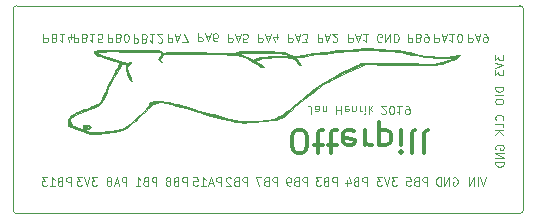
<source format=gbo>
G04 #@! TF.GenerationSoftware,KiCad,Pcbnew,5.0.1*
G04 #@! TF.CreationDate,2019-10-18T03:38:24+02:00*
G04 #@! TF.ProjectId,OtterPill,4F7474657250696C6C2E6B696361645F,rev?*
G04 #@! TF.SameCoordinates,Original*
G04 #@! TF.FileFunction,Legend,Bot*
G04 #@! TF.FilePolarity,Positive*
%FSLAX46Y46*%
G04 Gerber Fmt 4.6, Leading zero omitted, Abs format (unit mm)*
G04 Created by KiCad (PCBNEW 5.0.1) date Fri 18 Oct 2019 03:38:24 AM CEST*
%MOMM*%
%LPD*%
G01*
G04 APERTURE LIST*
%ADD10C,0.100000*%
%ADD11C,0.300000*%
%ADD12C,0.050000*%
%ADD13C,0.010000*%
G04 APERTURE END LIST*
D10*
X45250000Y-28983333D02*
X45250000Y-28483333D01*
X45216666Y-28383333D01*
X45150000Y-28316666D01*
X45050000Y-28283333D01*
X44983333Y-28283333D01*
X45883333Y-28283333D02*
X45883333Y-28650000D01*
X45850000Y-28716666D01*
X45783333Y-28750000D01*
X45650000Y-28750000D01*
X45583333Y-28716666D01*
X45883333Y-28316666D02*
X45816666Y-28283333D01*
X45650000Y-28283333D01*
X45583333Y-28316666D01*
X45550000Y-28383333D01*
X45550000Y-28450000D01*
X45583333Y-28516666D01*
X45650000Y-28550000D01*
X45816666Y-28550000D01*
X45883333Y-28583333D01*
X46216666Y-28750000D02*
X46216666Y-28283333D01*
X46216666Y-28683333D02*
X46250000Y-28716666D01*
X46316666Y-28750000D01*
X46416666Y-28750000D01*
X46483333Y-28716666D01*
X46516666Y-28650000D01*
X46516666Y-28283333D01*
X47383333Y-28283333D02*
X47383333Y-28983333D01*
X47383333Y-28650000D02*
X47783333Y-28650000D01*
X47783333Y-28283333D02*
X47783333Y-28983333D01*
X48383333Y-28316666D02*
X48316666Y-28283333D01*
X48183333Y-28283333D01*
X48116666Y-28316666D01*
X48083333Y-28383333D01*
X48083333Y-28650000D01*
X48116666Y-28716666D01*
X48183333Y-28750000D01*
X48316666Y-28750000D01*
X48383333Y-28716666D01*
X48416666Y-28650000D01*
X48416666Y-28583333D01*
X48083333Y-28516666D01*
X48716666Y-28750000D02*
X48716666Y-28283333D01*
X48716666Y-28683333D02*
X48749999Y-28716666D01*
X48816666Y-28750000D01*
X48916666Y-28750000D01*
X48983333Y-28716666D01*
X49016666Y-28650000D01*
X49016666Y-28283333D01*
X49349999Y-28283333D02*
X49349999Y-28750000D01*
X49349999Y-28616666D02*
X49383333Y-28683333D01*
X49416666Y-28716666D01*
X49483333Y-28750000D01*
X49549999Y-28750000D01*
X49783333Y-28283333D02*
X49783333Y-28750000D01*
X49783333Y-28983333D02*
X49749999Y-28950000D01*
X49783333Y-28916666D01*
X49816666Y-28950000D01*
X49783333Y-28983333D01*
X49783333Y-28916666D01*
X50116666Y-28283333D02*
X50116666Y-28983333D01*
X50183333Y-28550000D02*
X50383333Y-28283333D01*
X50383333Y-28750000D02*
X50116666Y-28483333D01*
X51183333Y-28916666D02*
X51216666Y-28950000D01*
X51283333Y-28983333D01*
X51449999Y-28983333D01*
X51516666Y-28950000D01*
X51549999Y-28916666D01*
X51583333Y-28850000D01*
X51583333Y-28783333D01*
X51549999Y-28683333D01*
X51149999Y-28283333D01*
X51583333Y-28283333D01*
X52016666Y-28983333D02*
X52083333Y-28983333D01*
X52149999Y-28950000D01*
X52183333Y-28916666D01*
X52216666Y-28850000D01*
X52249999Y-28716666D01*
X52249999Y-28550000D01*
X52216666Y-28416666D01*
X52183333Y-28350000D01*
X52149999Y-28316666D01*
X52083333Y-28283333D01*
X52016666Y-28283333D01*
X51949999Y-28316666D01*
X51916666Y-28350000D01*
X51883333Y-28416666D01*
X51849999Y-28550000D01*
X51849999Y-28716666D01*
X51883333Y-28850000D01*
X51916666Y-28916666D01*
X51949999Y-28950000D01*
X52016666Y-28983333D01*
X52916666Y-28283333D02*
X52516666Y-28283333D01*
X52716666Y-28283333D02*
X52716666Y-28983333D01*
X52649999Y-28883333D01*
X52583333Y-28816666D01*
X52516666Y-28783333D01*
X53249999Y-28283333D02*
X53383333Y-28283333D01*
X53449999Y-28316666D01*
X53483333Y-28350000D01*
X53549999Y-28450000D01*
X53583333Y-28583333D01*
X53583333Y-28850000D01*
X53549999Y-28916666D01*
X53516666Y-28950000D01*
X53449999Y-28983333D01*
X53316666Y-28983333D01*
X53249999Y-28950000D01*
X53216666Y-28916666D01*
X53183333Y-28850000D01*
X53183333Y-28683333D01*
X53216666Y-28616666D01*
X53249999Y-28583333D01*
X53316666Y-28550000D01*
X53449999Y-28550000D01*
X53516666Y-28583333D01*
X53549999Y-28616666D01*
X53583333Y-28683333D01*
D11*
X44061904Y-32295238D02*
X44442857Y-32295238D01*
X44633333Y-32200000D01*
X44823809Y-32009523D01*
X44919047Y-31628571D01*
X44919047Y-30961904D01*
X44823809Y-30580952D01*
X44633333Y-30390476D01*
X44442857Y-30295238D01*
X44061904Y-30295238D01*
X43871428Y-30390476D01*
X43680952Y-30580952D01*
X43585714Y-30961904D01*
X43585714Y-31628571D01*
X43680952Y-32009523D01*
X43871428Y-32200000D01*
X44061904Y-32295238D01*
X45490476Y-31628571D02*
X46252380Y-31628571D01*
X45776190Y-32295238D02*
X45776190Y-30580952D01*
X45871428Y-30390476D01*
X46061904Y-30295238D01*
X46252380Y-30295238D01*
X46633333Y-31628571D02*
X47395238Y-31628571D01*
X46919047Y-32295238D02*
X46919047Y-30580952D01*
X47014285Y-30390476D01*
X47204761Y-30295238D01*
X47395238Y-30295238D01*
X48823809Y-30390476D02*
X48633333Y-30295238D01*
X48252380Y-30295238D01*
X48061904Y-30390476D01*
X47966666Y-30580952D01*
X47966666Y-31342857D01*
X48061904Y-31533333D01*
X48252380Y-31628571D01*
X48633333Y-31628571D01*
X48823809Y-31533333D01*
X48919047Y-31342857D01*
X48919047Y-31152380D01*
X47966666Y-30961904D01*
X49776190Y-30295238D02*
X49776190Y-31628571D01*
X49776190Y-31247619D02*
X49871428Y-31438095D01*
X49966666Y-31533333D01*
X50157142Y-31628571D01*
X50347619Y-31628571D01*
X51014285Y-31628571D02*
X51014285Y-29628571D01*
X51014285Y-31533333D02*
X51204761Y-31628571D01*
X51585714Y-31628571D01*
X51776190Y-31533333D01*
X51871428Y-31438095D01*
X51966666Y-31247619D01*
X51966666Y-30676190D01*
X51871428Y-30485714D01*
X51776190Y-30390476D01*
X51585714Y-30295238D01*
X51204761Y-30295238D01*
X51014285Y-30390476D01*
X52823809Y-30295238D02*
X52823809Y-31628571D01*
X52823809Y-32295238D02*
X52728571Y-32200000D01*
X52823809Y-32104761D01*
X52919047Y-32200000D01*
X52823809Y-32295238D01*
X52823809Y-32104761D01*
X54061904Y-30295238D02*
X53871428Y-30390476D01*
X53776190Y-30580952D01*
X53776190Y-32295238D01*
X55109523Y-30295238D02*
X54919047Y-30390476D01*
X54823809Y-30580952D01*
X54823809Y-32295238D01*
D10*
X60816666Y-23983333D02*
X60816666Y-24416666D01*
X61083333Y-24183333D01*
X61083333Y-24283333D01*
X61116666Y-24350000D01*
X61150000Y-24383333D01*
X61216666Y-24416666D01*
X61383333Y-24416666D01*
X61450000Y-24383333D01*
X61483333Y-24350000D01*
X61516666Y-24283333D01*
X61516666Y-24083333D01*
X61483333Y-24016666D01*
X61450000Y-23983333D01*
X60816666Y-24616666D02*
X61516666Y-24850000D01*
X60816666Y-25083333D01*
X60816666Y-25250000D02*
X60816666Y-25683333D01*
X61083333Y-25450000D01*
X61083333Y-25550000D01*
X61116666Y-25616666D01*
X61150000Y-25650000D01*
X61216666Y-25683333D01*
X61383333Y-25683333D01*
X61450000Y-25650000D01*
X61483333Y-25616666D01*
X61516666Y-25550000D01*
X61516666Y-25350000D01*
X61483333Y-25283333D01*
X61450000Y-25250000D01*
X61516666Y-26683333D02*
X60816666Y-26683333D01*
X60816666Y-26850000D01*
X60850000Y-26950000D01*
X60916666Y-27016666D01*
X60983333Y-27050000D01*
X61116666Y-27083333D01*
X61216666Y-27083333D01*
X61350000Y-27050000D01*
X61416666Y-27016666D01*
X61483333Y-26950000D01*
X61516666Y-26850000D01*
X61516666Y-26683333D01*
X61516666Y-27383333D02*
X60816666Y-27383333D01*
X60816666Y-27850000D02*
X60816666Y-27983333D01*
X60850000Y-28050000D01*
X60916666Y-28116666D01*
X61050000Y-28150000D01*
X61283333Y-28150000D01*
X61416666Y-28116666D01*
X61483333Y-28050000D01*
X61516666Y-27983333D01*
X61516666Y-27850000D01*
X61483333Y-27783333D01*
X61416666Y-27716666D01*
X61283333Y-27683333D01*
X61050000Y-27683333D01*
X60916666Y-27716666D01*
X60850000Y-27783333D01*
X60816666Y-27850000D01*
X61450000Y-29483333D02*
X61483333Y-29450000D01*
X61516666Y-29350000D01*
X61516666Y-29283333D01*
X61483333Y-29183333D01*
X61416666Y-29116666D01*
X61350000Y-29083333D01*
X61216666Y-29050000D01*
X61116666Y-29050000D01*
X60983333Y-29083333D01*
X60916666Y-29116666D01*
X60850000Y-29183333D01*
X60816666Y-29283333D01*
X60816666Y-29350000D01*
X60850000Y-29450000D01*
X60883333Y-29483333D01*
X61516666Y-30116666D02*
X61516666Y-29783333D01*
X60816666Y-29783333D01*
X61516666Y-30350000D02*
X60816666Y-30350000D01*
X61516666Y-30750000D02*
X61116666Y-30450000D01*
X60816666Y-30750000D02*
X61216666Y-30350000D01*
X60875000Y-31966666D02*
X60841666Y-31900000D01*
X60841666Y-31800000D01*
X60875000Y-31700000D01*
X60941666Y-31633333D01*
X61008333Y-31600000D01*
X61141666Y-31566666D01*
X61241666Y-31566666D01*
X61375000Y-31600000D01*
X61441666Y-31633333D01*
X61508333Y-31700000D01*
X61541666Y-31800000D01*
X61541666Y-31866666D01*
X61508333Y-31966666D01*
X61475000Y-32000000D01*
X61241666Y-32000000D01*
X61241666Y-31866666D01*
X61541666Y-32300000D02*
X60841666Y-32300000D01*
X61541666Y-32700000D01*
X60841666Y-32700000D01*
X61541666Y-33033333D02*
X60841666Y-33033333D01*
X60841666Y-33200000D01*
X60875000Y-33300000D01*
X60941666Y-33366666D01*
X61008333Y-33400000D01*
X61141666Y-33433333D01*
X61241666Y-33433333D01*
X61375000Y-33400000D01*
X61441666Y-33366666D01*
X61508333Y-33300000D01*
X61541666Y-33200000D01*
X61541666Y-33033333D01*
X51191666Y-22850000D02*
X51125000Y-22883333D01*
X51025000Y-22883333D01*
X50925000Y-22850000D01*
X50858333Y-22783333D01*
X50825000Y-22716666D01*
X50791666Y-22583333D01*
X50791666Y-22483333D01*
X50825000Y-22350000D01*
X50858333Y-22283333D01*
X50925000Y-22216666D01*
X51025000Y-22183333D01*
X51091666Y-22183333D01*
X51191666Y-22216666D01*
X51225000Y-22250000D01*
X51225000Y-22483333D01*
X51091666Y-22483333D01*
X51525000Y-22183333D02*
X51525000Y-22883333D01*
X51925000Y-22183333D01*
X51925000Y-22883333D01*
X52258333Y-22183333D02*
X52258333Y-22883333D01*
X52425000Y-22883333D01*
X52525000Y-22850000D01*
X52591666Y-22783333D01*
X52625000Y-22716666D01*
X52658333Y-22583333D01*
X52658333Y-22483333D01*
X52625000Y-22350000D01*
X52591666Y-22283333D01*
X52525000Y-22216666D01*
X52425000Y-22183333D01*
X52258333Y-22183333D01*
X28008333Y-22183333D02*
X28008333Y-22883333D01*
X28275000Y-22883333D01*
X28341666Y-22850000D01*
X28375000Y-22816666D01*
X28408333Y-22750000D01*
X28408333Y-22650000D01*
X28375000Y-22583333D01*
X28341666Y-22550000D01*
X28275000Y-22516666D01*
X28008333Y-22516666D01*
X28941666Y-22550000D02*
X29041666Y-22516666D01*
X29075000Y-22483333D01*
X29108333Y-22416666D01*
X29108333Y-22316666D01*
X29075000Y-22250000D01*
X29041666Y-22216666D01*
X28975000Y-22183333D01*
X28708333Y-22183333D01*
X28708333Y-22883333D01*
X28941666Y-22883333D01*
X29008333Y-22850000D01*
X29041666Y-22816666D01*
X29075000Y-22750000D01*
X29075000Y-22683333D01*
X29041666Y-22616666D01*
X29008333Y-22583333D01*
X28941666Y-22550000D01*
X28708333Y-22550000D01*
X29541666Y-22883333D02*
X29608333Y-22883333D01*
X29675000Y-22850000D01*
X29708333Y-22816666D01*
X29741666Y-22750000D01*
X29775000Y-22616666D01*
X29775000Y-22450000D01*
X29741666Y-22316666D01*
X29708333Y-22250000D01*
X29675000Y-22216666D01*
X29608333Y-22183333D01*
X29541666Y-22183333D01*
X29475000Y-22216666D01*
X29441666Y-22250000D01*
X29408333Y-22316666D01*
X29375000Y-22450000D01*
X29375000Y-22616666D01*
X29408333Y-22750000D01*
X29441666Y-22816666D01*
X29475000Y-22850000D01*
X29541666Y-22883333D01*
X53408333Y-22183333D02*
X53408333Y-22883333D01*
X53675000Y-22883333D01*
X53741666Y-22850000D01*
X53775000Y-22816666D01*
X53808333Y-22750000D01*
X53808333Y-22650000D01*
X53775000Y-22583333D01*
X53741666Y-22550000D01*
X53675000Y-22516666D01*
X53408333Y-22516666D01*
X54341666Y-22550000D02*
X54441666Y-22516666D01*
X54475000Y-22483333D01*
X54508333Y-22416666D01*
X54508333Y-22316666D01*
X54475000Y-22250000D01*
X54441666Y-22216666D01*
X54375000Y-22183333D01*
X54108333Y-22183333D01*
X54108333Y-22883333D01*
X54341666Y-22883333D01*
X54408333Y-22850000D01*
X54441666Y-22816666D01*
X54475000Y-22750000D01*
X54475000Y-22683333D01*
X54441666Y-22616666D01*
X54408333Y-22583333D01*
X54341666Y-22550000D01*
X54108333Y-22550000D01*
X54841666Y-22183333D02*
X54975000Y-22183333D01*
X55041666Y-22216666D01*
X55075000Y-22250000D01*
X55141666Y-22350000D01*
X55175000Y-22483333D01*
X55175000Y-22750000D01*
X55141666Y-22816666D01*
X55108333Y-22850000D01*
X55041666Y-22883333D01*
X54908333Y-22883333D01*
X54841666Y-22850000D01*
X54808333Y-22816666D01*
X54775000Y-22750000D01*
X54775000Y-22583333D01*
X54808333Y-22516666D01*
X54841666Y-22483333D01*
X54908333Y-22450000D01*
X55041666Y-22450000D01*
X55108333Y-22483333D01*
X55141666Y-22516666D01*
X55175000Y-22583333D01*
X30200000Y-22233333D02*
X30200000Y-22933333D01*
X30466666Y-22933333D01*
X30533333Y-22900000D01*
X30566666Y-22866666D01*
X30600000Y-22800000D01*
X30600000Y-22700000D01*
X30566666Y-22633333D01*
X30533333Y-22600000D01*
X30466666Y-22566666D01*
X30200000Y-22566666D01*
X31133333Y-22600000D02*
X31233333Y-22566666D01*
X31266666Y-22533333D01*
X31300000Y-22466666D01*
X31300000Y-22366666D01*
X31266666Y-22300000D01*
X31233333Y-22266666D01*
X31166666Y-22233333D01*
X30900000Y-22233333D01*
X30900000Y-22933333D01*
X31133333Y-22933333D01*
X31200000Y-22900000D01*
X31233333Y-22866666D01*
X31266666Y-22800000D01*
X31266666Y-22733333D01*
X31233333Y-22666666D01*
X31200000Y-22633333D01*
X31133333Y-22600000D01*
X30900000Y-22600000D01*
X31966666Y-22233333D02*
X31566666Y-22233333D01*
X31766666Y-22233333D02*
X31766666Y-22933333D01*
X31700000Y-22833333D01*
X31633333Y-22766666D01*
X31566666Y-22733333D01*
X32233333Y-22866666D02*
X32266666Y-22900000D01*
X32333333Y-22933333D01*
X32500000Y-22933333D01*
X32566666Y-22900000D01*
X32600000Y-22866666D01*
X32633333Y-22800000D01*
X32633333Y-22733333D01*
X32600000Y-22633333D01*
X32200000Y-22233333D01*
X32633333Y-22233333D01*
X35658333Y-22133333D02*
X35658333Y-22833333D01*
X35925000Y-22833333D01*
X35991666Y-22800000D01*
X36025000Y-22766666D01*
X36058333Y-22700000D01*
X36058333Y-22600000D01*
X36025000Y-22533333D01*
X35991666Y-22500000D01*
X35925000Y-22466666D01*
X35658333Y-22466666D01*
X36325000Y-22333333D02*
X36658333Y-22333333D01*
X36258333Y-22133333D02*
X36491666Y-22833333D01*
X36725000Y-22133333D01*
X37258333Y-22833333D02*
X37125000Y-22833333D01*
X37058333Y-22800000D01*
X37025000Y-22766666D01*
X36958333Y-22666666D01*
X36925000Y-22533333D01*
X36925000Y-22266666D01*
X36958333Y-22200000D01*
X36991666Y-22166666D01*
X37058333Y-22133333D01*
X37191666Y-22133333D01*
X37258333Y-22166666D01*
X37291666Y-22200000D01*
X37325000Y-22266666D01*
X37325000Y-22433333D01*
X37291666Y-22500000D01*
X37258333Y-22533333D01*
X37191666Y-22566666D01*
X37058333Y-22566666D01*
X36991666Y-22533333D01*
X36958333Y-22500000D01*
X36925000Y-22433333D01*
X55675000Y-22183333D02*
X55675000Y-22883333D01*
X55941666Y-22883333D01*
X56008333Y-22850000D01*
X56041666Y-22816666D01*
X56075000Y-22750000D01*
X56075000Y-22650000D01*
X56041666Y-22583333D01*
X56008333Y-22550000D01*
X55941666Y-22516666D01*
X55675000Y-22516666D01*
X56341666Y-22383333D02*
X56675000Y-22383333D01*
X56275000Y-22183333D02*
X56508333Y-22883333D01*
X56741666Y-22183333D01*
X57341666Y-22183333D02*
X56941666Y-22183333D01*
X57141666Y-22183333D02*
X57141666Y-22883333D01*
X57075000Y-22783333D01*
X57008333Y-22716666D01*
X56941666Y-22683333D01*
X57775000Y-22883333D02*
X57841666Y-22883333D01*
X57908333Y-22850000D01*
X57941666Y-22816666D01*
X57975000Y-22750000D01*
X58008333Y-22616666D01*
X58008333Y-22450000D01*
X57975000Y-22316666D01*
X57941666Y-22250000D01*
X57908333Y-22216666D01*
X57841666Y-22183333D01*
X57775000Y-22183333D01*
X57708333Y-22216666D01*
X57675000Y-22250000D01*
X57641666Y-22316666D01*
X57608333Y-22450000D01*
X57608333Y-22616666D01*
X57641666Y-22750000D01*
X57675000Y-22816666D01*
X57708333Y-22850000D01*
X57775000Y-22883333D01*
X48383333Y-22183333D02*
X48383333Y-22883333D01*
X48650000Y-22883333D01*
X48716666Y-22850000D01*
X48750000Y-22816666D01*
X48783333Y-22750000D01*
X48783333Y-22650000D01*
X48750000Y-22583333D01*
X48716666Y-22550000D01*
X48650000Y-22516666D01*
X48383333Y-22516666D01*
X49050000Y-22383333D02*
X49383333Y-22383333D01*
X48983333Y-22183333D02*
X49216666Y-22883333D01*
X49450000Y-22183333D01*
X50050000Y-22183333D02*
X49650000Y-22183333D01*
X49850000Y-22183333D02*
X49850000Y-22883333D01*
X49783333Y-22783333D01*
X49716666Y-22716666D01*
X49650000Y-22683333D01*
X38208333Y-22183333D02*
X38208333Y-22883333D01*
X38475000Y-22883333D01*
X38541666Y-22850000D01*
X38575000Y-22816666D01*
X38608333Y-22750000D01*
X38608333Y-22650000D01*
X38575000Y-22583333D01*
X38541666Y-22550000D01*
X38475000Y-22516666D01*
X38208333Y-22516666D01*
X38875000Y-22383333D02*
X39208333Y-22383333D01*
X38808333Y-22183333D02*
X39041666Y-22883333D01*
X39275000Y-22183333D01*
X39841666Y-22883333D02*
X39508333Y-22883333D01*
X39475000Y-22550000D01*
X39508333Y-22583333D01*
X39575000Y-22616666D01*
X39741666Y-22616666D01*
X39808333Y-22583333D01*
X39841666Y-22550000D01*
X39875000Y-22483333D01*
X39875000Y-22316666D01*
X39841666Y-22250000D01*
X39808333Y-22216666D01*
X39741666Y-22183333D01*
X39575000Y-22183333D01*
X39508333Y-22216666D01*
X39475000Y-22250000D01*
X22575000Y-22183333D02*
X22575000Y-22883333D01*
X22841666Y-22883333D01*
X22908333Y-22850000D01*
X22941666Y-22816666D01*
X22975000Y-22750000D01*
X22975000Y-22650000D01*
X22941666Y-22583333D01*
X22908333Y-22550000D01*
X22841666Y-22516666D01*
X22575000Y-22516666D01*
X23508333Y-22550000D02*
X23608333Y-22516666D01*
X23641666Y-22483333D01*
X23675000Y-22416666D01*
X23675000Y-22316666D01*
X23641666Y-22250000D01*
X23608333Y-22216666D01*
X23541666Y-22183333D01*
X23275000Y-22183333D01*
X23275000Y-22883333D01*
X23508333Y-22883333D01*
X23575000Y-22850000D01*
X23608333Y-22816666D01*
X23641666Y-22750000D01*
X23641666Y-22683333D01*
X23608333Y-22616666D01*
X23575000Y-22583333D01*
X23508333Y-22550000D01*
X23275000Y-22550000D01*
X24341666Y-22183333D02*
X23941666Y-22183333D01*
X24141666Y-22183333D02*
X24141666Y-22883333D01*
X24075000Y-22783333D01*
X24008333Y-22716666D01*
X23941666Y-22683333D01*
X24941666Y-22650000D02*
X24941666Y-22183333D01*
X24775000Y-22916666D02*
X24608333Y-22416666D01*
X25041666Y-22416666D01*
X43258333Y-22183333D02*
X43258333Y-22883333D01*
X43525000Y-22883333D01*
X43591666Y-22850000D01*
X43625000Y-22816666D01*
X43658333Y-22750000D01*
X43658333Y-22650000D01*
X43625000Y-22583333D01*
X43591666Y-22550000D01*
X43525000Y-22516666D01*
X43258333Y-22516666D01*
X43925000Y-22383333D02*
X44258333Y-22383333D01*
X43858333Y-22183333D02*
X44091666Y-22883333D01*
X44325000Y-22183333D01*
X44491666Y-22883333D02*
X44925000Y-22883333D01*
X44691666Y-22616666D01*
X44791666Y-22616666D01*
X44858333Y-22583333D01*
X44891666Y-22550000D01*
X44925000Y-22483333D01*
X44925000Y-22316666D01*
X44891666Y-22250000D01*
X44858333Y-22216666D01*
X44791666Y-22183333D01*
X44591666Y-22183333D01*
X44525000Y-22216666D01*
X44491666Y-22250000D01*
X58508333Y-22183333D02*
X58508333Y-22883333D01*
X58775000Y-22883333D01*
X58841666Y-22850000D01*
X58875000Y-22816666D01*
X58908333Y-22750000D01*
X58908333Y-22650000D01*
X58875000Y-22583333D01*
X58841666Y-22550000D01*
X58775000Y-22516666D01*
X58508333Y-22516666D01*
X59175000Y-22383333D02*
X59508333Y-22383333D01*
X59108333Y-22183333D02*
X59341666Y-22883333D01*
X59575000Y-22183333D01*
X59841666Y-22183333D02*
X59975000Y-22183333D01*
X60041666Y-22216666D01*
X60075000Y-22250000D01*
X60141666Y-22350000D01*
X60175000Y-22483333D01*
X60175000Y-22750000D01*
X60141666Y-22816666D01*
X60108333Y-22850000D01*
X60041666Y-22883333D01*
X59908333Y-22883333D01*
X59841666Y-22850000D01*
X59808333Y-22816666D01*
X59775000Y-22750000D01*
X59775000Y-22583333D01*
X59808333Y-22516666D01*
X59841666Y-22483333D01*
X59908333Y-22450000D01*
X60041666Y-22450000D01*
X60108333Y-22483333D01*
X60141666Y-22516666D01*
X60175000Y-22583333D01*
X25125000Y-22183333D02*
X25125000Y-22883333D01*
X25391666Y-22883333D01*
X25458333Y-22850000D01*
X25491666Y-22816666D01*
X25525000Y-22750000D01*
X25525000Y-22650000D01*
X25491666Y-22583333D01*
X25458333Y-22550000D01*
X25391666Y-22516666D01*
X25125000Y-22516666D01*
X26058333Y-22550000D02*
X26158333Y-22516666D01*
X26191666Y-22483333D01*
X26225000Y-22416666D01*
X26225000Y-22316666D01*
X26191666Y-22250000D01*
X26158333Y-22216666D01*
X26091666Y-22183333D01*
X25825000Y-22183333D01*
X25825000Y-22883333D01*
X26058333Y-22883333D01*
X26125000Y-22850000D01*
X26158333Y-22816666D01*
X26191666Y-22750000D01*
X26191666Y-22683333D01*
X26158333Y-22616666D01*
X26125000Y-22583333D01*
X26058333Y-22550000D01*
X25825000Y-22550000D01*
X26891666Y-22183333D02*
X26491666Y-22183333D01*
X26691666Y-22183333D02*
X26691666Y-22883333D01*
X26625000Y-22783333D01*
X26558333Y-22716666D01*
X26491666Y-22683333D01*
X27525000Y-22883333D02*
X27191666Y-22883333D01*
X27158333Y-22550000D01*
X27191666Y-22583333D01*
X27258333Y-22616666D01*
X27425000Y-22616666D01*
X27491666Y-22583333D01*
X27525000Y-22550000D01*
X27558333Y-22483333D01*
X27558333Y-22316666D01*
X27525000Y-22250000D01*
X27491666Y-22216666D01*
X27425000Y-22183333D01*
X27258333Y-22183333D01*
X27191666Y-22216666D01*
X27158333Y-22250000D01*
X40733333Y-22183333D02*
X40733333Y-22883333D01*
X41000000Y-22883333D01*
X41066666Y-22850000D01*
X41100000Y-22816666D01*
X41133333Y-22750000D01*
X41133333Y-22650000D01*
X41100000Y-22583333D01*
X41066666Y-22550000D01*
X41000000Y-22516666D01*
X40733333Y-22516666D01*
X41400000Y-22383333D02*
X41733333Y-22383333D01*
X41333333Y-22183333D02*
X41566666Y-22883333D01*
X41800000Y-22183333D01*
X42333333Y-22650000D02*
X42333333Y-22183333D01*
X42166666Y-22916666D02*
X42000000Y-22416666D01*
X42433333Y-22416666D01*
X33083333Y-22183333D02*
X33083333Y-22883333D01*
X33350000Y-22883333D01*
X33416666Y-22850000D01*
X33450000Y-22816666D01*
X33483333Y-22750000D01*
X33483333Y-22650000D01*
X33450000Y-22583333D01*
X33416666Y-22550000D01*
X33350000Y-22516666D01*
X33083333Y-22516666D01*
X33750000Y-22383333D02*
X34083333Y-22383333D01*
X33683333Y-22183333D02*
X33916666Y-22883333D01*
X34150000Y-22183333D01*
X34316666Y-22883333D02*
X34783333Y-22883333D01*
X34483333Y-22183333D01*
X45783333Y-22183333D02*
X45783333Y-22883333D01*
X46050000Y-22883333D01*
X46116666Y-22850000D01*
X46150000Y-22816666D01*
X46183333Y-22750000D01*
X46183333Y-22650000D01*
X46150000Y-22583333D01*
X46116666Y-22550000D01*
X46050000Y-22516666D01*
X45783333Y-22516666D01*
X46450000Y-22383333D02*
X46783333Y-22383333D01*
X46383333Y-22183333D02*
X46616666Y-22883333D01*
X46850000Y-22183333D01*
X47050000Y-22816666D02*
X47083333Y-22850000D01*
X47150000Y-22883333D01*
X47316666Y-22883333D01*
X47383333Y-22850000D01*
X47416666Y-22816666D01*
X47450000Y-22750000D01*
X47450000Y-22683333D01*
X47416666Y-22583333D01*
X47016666Y-22183333D01*
X47450000Y-22183333D01*
X42341666Y-35041666D02*
X42341666Y-34341666D01*
X42075000Y-34341666D01*
X42008333Y-34375000D01*
X41975000Y-34408333D01*
X41941666Y-34475000D01*
X41941666Y-34575000D01*
X41975000Y-34641666D01*
X42008333Y-34675000D01*
X42075000Y-34708333D01*
X42341666Y-34708333D01*
X41408333Y-34675000D02*
X41308333Y-34708333D01*
X41275000Y-34741666D01*
X41241666Y-34808333D01*
X41241666Y-34908333D01*
X41275000Y-34975000D01*
X41308333Y-35008333D01*
X41375000Y-35041666D01*
X41641666Y-35041666D01*
X41641666Y-34341666D01*
X41408333Y-34341666D01*
X41341666Y-34375000D01*
X41308333Y-34408333D01*
X41275000Y-34475000D01*
X41275000Y-34541666D01*
X41308333Y-34608333D01*
X41341666Y-34641666D01*
X41408333Y-34675000D01*
X41641666Y-34675000D01*
X41008333Y-34341666D02*
X40541666Y-34341666D01*
X40841666Y-35041666D01*
X57258333Y-34375000D02*
X57325000Y-34341666D01*
X57425000Y-34341666D01*
X57525000Y-34375000D01*
X57591666Y-34441666D01*
X57625000Y-34508333D01*
X57658333Y-34641666D01*
X57658333Y-34741666D01*
X57625000Y-34875000D01*
X57591666Y-34941666D01*
X57525000Y-35008333D01*
X57425000Y-35041666D01*
X57358333Y-35041666D01*
X57258333Y-35008333D01*
X57225000Y-34975000D01*
X57225000Y-34741666D01*
X57358333Y-34741666D01*
X56925000Y-35041666D02*
X56925000Y-34341666D01*
X56525000Y-35041666D01*
X56525000Y-34341666D01*
X56191666Y-35041666D02*
X56191666Y-34341666D01*
X56025000Y-34341666D01*
X55925000Y-34375000D01*
X55858333Y-34441666D01*
X55825000Y-34508333D01*
X55791666Y-34641666D01*
X55791666Y-34741666D01*
X55825000Y-34875000D01*
X55858333Y-34941666D01*
X55925000Y-35008333D01*
X56025000Y-35041666D01*
X56191666Y-35041666D01*
X32141666Y-35041666D02*
X32141666Y-34341666D01*
X31875000Y-34341666D01*
X31808333Y-34375000D01*
X31775000Y-34408333D01*
X31741666Y-34475000D01*
X31741666Y-34575000D01*
X31775000Y-34641666D01*
X31808333Y-34675000D01*
X31875000Y-34708333D01*
X32141666Y-34708333D01*
X31208333Y-34675000D02*
X31108333Y-34708333D01*
X31075000Y-34741666D01*
X31041666Y-34808333D01*
X31041666Y-34908333D01*
X31075000Y-34975000D01*
X31108333Y-35008333D01*
X31175000Y-35041666D01*
X31441666Y-35041666D01*
X31441666Y-34341666D01*
X31208333Y-34341666D01*
X31141666Y-34375000D01*
X31108333Y-34408333D01*
X31075000Y-34475000D01*
X31075000Y-34541666D01*
X31108333Y-34608333D01*
X31141666Y-34641666D01*
X31208333Y-34675000D01*
X31441666Y-34675000D01*
X30375000Y-35041666D02*
X30775000Y-35041666D01*
X30575000Y-35041666D02*
X30575000Y-34341666D01*
X30641666Y-34441666D01*
X30708333Y-34508333D01*
X30775000Y-34541666D01*
X29591666Y-35041666D02*
X29591666Y-34341666D01*
X29325000Y-34341666D01*
X29258333Y-34375000D01*
X29225000Y-34408333D01*
X29191666Y-34475000D01*
X29191666Y-34575000D01*
X29225000Y-34641666D01*
X29258333Y-34675000D01*
X29325000Y-34708333D01*
X29591666Y-34708333D01*
X28925000Y-34841666D02*
X28591666Y-34841666D01*
X28991666Y-35041666D02*
X28758333Y-34341666D01*
X28525000Y-35041666D01*
X28191666Y-34641666D02*
X28258333Y-34608333D01*
X28291666Y-34575000D01*
X28325000Y-34508333D01*
X28325000Y-34475000D01*
X28291666Y-34408333D01*
X28258333Y-34375000D01*
X28191666Y-34341666D01*
X28058333Y-34341666D01*
X27991666Y-34375000D01*
X27958333Y-34408333D01*
X27925000Y-34475000D01*
X27925000Y-34508333D01*
X27958333Y-34575000D01*
X27991666Y-34608333D01*
X28058333Y-34641666D01*
X28191666Y-34641666D01*
X28258333Y-34675000D01*
X28291666Y-34708333D01*
X28325000Y-34775000D01*
X28325000Y-34908333D01*
X28291666Y-34975000D01*
X28258333Y-35008333D01*
X28191666Y-35041666D01*
X28058333Y-35041666D01*
X27991666Y-35008333D01*
X27958333Y-34975000D01*
X27925000Y-34908333D01*
X27925000Y-34775000D01*
X27958333Y-34708333D01*
X27991666Y-34675000D01*
X28058333Y-34641666D01*
X47391666Y-35041666D02*
X47391666Y-34341666D01*
X47125000Y-34341666D01*
X47058333Y-34375000D01*
X47025000Y-34408333D01*
X46991666Y-34475000D01*
X46991666Y-34575000D01*
X47025000Y-34641666D01*
X47058333Y-34675000D01*
X47125000Y-34708333D01*
X47391666Y-34708333D01*
X46458333Y-34675000D02*
X46358333Y-34708333D01*
X46325000Y-34741666D01*
X46291666Y-34808333D01*
X46291666Y-34908333D01*
X46325000Y-34975000D01*
X46358333Y-35008333D01*
X46425000Y-35041666D01*
X46691666Y-35041666D01*
X46691666Y-34341666D01*
X46458333Y-34341666D01*
X46391666Y-34375000D01*
X46358333Y-34408333D01*
X46325000Y-34475000D01*
X46325000Y-34541666D01*
X46358333Y-34608333D01*
X46391666Y-34641666D01*
X46458333Y-34675000D01*
X46691666Y-34675000D01*
X46058333Y-34341666D02*
X45625000Y-34341666D01*
X45858333Y-34608333D01*
X45758333Y-34608333D01*
X45691666Y-34641666D01*
X45658333Y-34675000D01*
X45625000Y-34741666D01*
X45625000Y-34908333D01*
X45658333Y-34975000D01*
X45691666Y-35008333D01*
X45758333Y-35041666D01*
X45958333Y-35041666D01*
X46025000Y-35008333D01*
X46058333Y-34975000D01*
X52491666Y-34341666D02*
X52058333Y-34341666D01*
X52291666Y-34608333D01*
X52191666Y-34608333D01*
X52125000Y-34641666D01*
X52091666Y-34675000D01*
X52058333Y-34741666D01*
X52058333Y-34908333D01*
X52091666Y-34975000D01*
X52125000Y-35008333D01*
X52191666Y-35041666D01*
X52391666Y-35041666D01*
X52458333Y-35008333D01*
X52491666Y-34975000D01*
X51858333Y-34341666D02*
X51625000Y-35041666D01*
X51391666Y-34341666D01*
X51225000Y-34341666D02*
X50791666Y-34341666D01*
X51025000Y-34608333D01*
X50925000Y-34608333D01*
X50858333Y-34641666D01*
X50825000Y-34675000D01*
X50791666Y-34741666D01*
X50791666Y-34908333D01*
X50825000Y-34975000D01*
X50858333Y-35008333D01*
X50925000Y-35041666D01*
X51125000Y-35041666D01*
X51191666Y-35008333D01*
X51225000Y-34975000D01*
X55041666Y-35041666D02*
X55041666Y-34341666D01*
X54775000Y-34341666D01*
X54708333Y-34375000D01*
X54675000Y-34408333D01*
X54641666Y-34475000D01*
X54641666Y-34575000D01*
X54675000Y-34641666D01*
X54708333Y-34675000D01*
X54775000Y-34708333D01*
X55041666Y-34708333D01*
X54108333Y-34675000D02*
X54008333Y-34708333D01*
X53975000Y-34741666D01*
X53941666Y-34808333D01*
X53941666Y-34908333D01*
X53975000Y-34975000D01*
X54008333Y-35008333D01*
X54075000Y-35041666D01*
X54341666Y-35041666D01*
X54341666Y-34341666D01*
X54108333Y-34341666D01*
X54041666Y-34375000D01*
X54008333Y-34408333D01*
X53975000Y-34475000D01*
X53975000Y-34541666D01*
X54008333Y-34608333D01*
X54041666Y-34641666D01*
X54108333Y-34675000D01*
X54341666Y-34675000D01*
X53308333Y-34341666D02*
X53641666Y-34341666D01*
X53675000Y-34675000D01*
X53641666Y-34641666D01*
X53575000Y-34608333D01*
X53408333Y-34608333D01*
X53341666Y-34641666D01*
X53308333Y-34675000D01*
X53275000Y-34741666D01*
X53275000Y-34908333D01*
X53308333Y-34975000D01*
X53341666Y-35008333D01*
X53408333Y-35041666D01*
X53575000Y-35041666D01*
X53641666Y-35008333D01*
X53675000Y-34975000D01*
X49941666Y-35041666D02*
X49941666Y-34341666D01*
X49675000Y-34341666D01*
X49608333Y-34375000D01*
X49575000Y-34408333D01*
X49541666Y-34475000D01*
X49541666Y-34575000D01*
X49575000Y-34641666D01*
X49608333Y-34675000D01*
X49675000Y-34708333D01*
X49941666Y-34708333D01*
X49008333Y-34675000D02*
X48908333Y-34708333D01*
X48875000Y-34741666D01*
X48841666Y-34808333D01*
X48841666Y-34908333D01*
X48875000Y-34975000D01*
X48908333Y-35008333D01*
X48975000Y-35041666D01*
X49241666Y-35041666D01*
X49241666Y-34341666D01*
X49008333Y-34341666D01*
X48941666Y-34375000D01*
X48908333Y-34408333D01*
X48875000Y-34475000D01*
X48875000Y-34541666D01*
X48908333Y-34608333D01*
X48941666Y-34641666D01*
X49008333Y-34675000D01*
X49241666Y-34675000D01*
X48241666Y-34575000D02*
X48241666Y-35041666D01*
X48408333Y-34308333D02*
X48575000Y-34808333D01*
X48141666Y-34808333D01*
X37575000Y-35041666D02*
X37575000Y-34341666D01*
X37308333Y-34341666D01*
X37241666Y-34375000D01*
X37208333Y-34408333D01*
X37175000Y-34475000D01*
X37175000Y-34575000D01*
X37208333Y-34641666D01*
X37241666Y-34675000D01*
X37308333Y-34708333D01*
X37575000Y-34708333D01*
X36908333Y-34841666D02*
X36575000Y-34841666D01*
X36975000Y-35041666D02*
X36741666Y-34341666D01*
X36508333Y-35041666D01*
X35908333Y-35041666D02*
X36308333Y-35041666D01*
X36108333Y-35041666D02*
X36108333Y-34341666D01*
X36175000Y-34441666D01*
X36241666Y-34508333D01*
X36308333Y-34541666D01*
X35275000Y-34341666D02*
X35608333Y-34341666D01*
X35641666Y-34675000D01*
X35608333Y-34641666D01*
X35541666Y-34608333D01*
X35375000Y-34608333D01*
X35308333Y-34641666D01*
X35275000Y-34675000D01*
X35241666Y-34741666D01*
X35241666Y-34908333D01*
X35275000Y-34975000D01*
X35308333Y-35008333D01*
X35375000Y-35041666D01*
X35541666Y-35041666D01*
X35608333Y-35008333D01*
X35641666Y-34975000D01*
X39791666Y-35041666D02*
X39791666Y-34341666D01*
X39525000Y-34341666D01*
X39458333Y-34375000D01*
X39425000Y-34408333D01*
X39391666Y-34475000D01*
X39391666Y-34575000D01*
X39425000Y-34641666D01*
X39458333Y-34675000D01*
X39525000Y-34708333D01*
X39791666Y-34708333D01*
X38858333Y-34675000D02*
X38758333Y-34708333D01*
X38725000Y-34741666D01*
X38691666Y-34808333D01*
X38691666Y-34908333D01*
X38725000Y-34975000D01*
X38758333Y-35008333D01*
X38825000Y-35041666D01*
X39091666Y-35041666D01*
X39091666Y-34341666D01*
X38858333Y-34341666D01*
X38791666Y-34375000D01*
X38758333Y-34408333D01*
X38725000Y-34475000D01*
X38725000Y-34541666D01*
X38758333Y-34608333D01*
X38791666Y-34641666D01*
X38858333Y-34675000D01*
X39091666Y-34675000D01*
X38425000Y-34408333D02*
X38391666Y-34375000D01*
X38325000Y-34341666D01*
X38158333Y-34341666D01*
X38091666Y-34375000D01*
X38058333Y-34408333D01*
X38025000Y-34475000D01*
X38025000Y-34541666D01*
X38058333Y-34641666D01*
X38458333Y-35041666D01*
X38025000Y-35041666D01*
X60041666Y-34341666D02*
X59808333Y-35041666D01*
X59575000Y-34341666D01*
X59341666Y-35041666D02*
X59341666Y-34341666D01*
X59008333Y-35041666D02*
X59008333Y-34341666D01*
X58608333Y-35041666D01*
X58608333Y-34341666D01*
X34691666Y-35041666D02*
X34691666Y-34341666D01*
X34425000Y-34341666D01*
X34358333Y-34375000D01*
X34325000Y-34408333D01*
X34291666Y-34475000D01*
X34291666Y-34575000D01*
X34325000Y-34641666D01*
X34358333Y-34675000D01*
X34425000Y-34708333D01*
X34691666Y-34708333D01*
X33758333Y-34675000D02*
X33658333Y-34708333D01*
X33625000Y-34741666D01*
X33591666Y-34808333D01*
X33591666Y-34908333D01*
X33625000Y-34975000D01*
X33658333Y-35008333D01*
X33725000Y-35041666D01*
X33991666Y-35041666D01*
X33991666Y-34341666D01*
X33758333Y-34341666D01*
X33691666Y-34375000D01*
X33658333Y-34408333D01*
X33625000Y-34475000D01*
X33625000Y-34541666D01*
X33658333Y-34608333D01*
X33691666Y-34641666D01*
X33758333Y-34675000D01*
X33991666Y-34675000D01*
X33191666Y-34641666D02*
X33258333Y-34608333D01*
X33291666Y-34575000D01*
X33325000Y-34508333D01*
X33325000Y-34475000D01*
X33291666Y-34408333D01*
X33258333Y-34375000D01*
X33191666Y-34341666D01*
X33058333Y-34341666D01*
X32991666Y-34375000D01*
X32958333Y-34408333D01*
X32925000Y-34475000D01*
X32925000Y-34508333D01*
X32958333Y-34575000D01*
X32991666Y-34608333D01*
X33058333Y-34641666D01*
X33191666Y-34641666D01*
X33258333Y-34675000D01*
X33291666Y-34708333D01*
X33325000Y-34775000D01*
X33325000Y-34908333D01*
X33291666Y-34975000D01*
X33258333Y-35008333D01*
X33191666Y-35041666D01*
X33058333Y-35041666D01*
X32991666Y-35008333D01*
X32958333Y-34975000D01*
X32925000Y-34908333D01*
X32925000Y-34775000D01*
X32958333Y-34708333D01*
X32991666Y-34675000D01*
X33058333Y-34641666D01*
X44891666Y-35041666D02*
X44891666Y-34341666D01*
X44625000Y-34341666D01*
X44558333Y-34375000D01*
X44525000Y-34408333D01*
X44491666Y-34475000D01*
X44491666Y-34575000D01*
X44525000Y-34641666D01*
X44558333Y-34675000D01*
X44625000Y-34708333D01*
X44891666Y-34708333D01*
X43958333Y-34675000D02*
X43858333Y-34708333D01*
X43825000Y-34741666D01*
X43791666Y-34808333D01*
X43791666Y-34908333D01*
X43825000Y-34975000D01*
X43858333Y-35008333D01*
X43925000Y-35041666D01*
X44191666Y-35041666D01*
X44191666Y-34341666D01*
X43958333Y-34341666D01*
X43891666Y-34375000D01*
X43858333Y-34408333D01*
X43825000Y-34475000D01*
X43825000Y-34541666D01*
X43858333Y-34608333D01*
X43891666Y-34641666D01*
X43958333Y-34675000D01*
X44191666Y-34675000D01*
X43458333Y-35041666D02*
X43325000Y-35041666D01*
X43258333Y-35008333D01*
X43225000Y-34975000D01*
X43158333Y-34875000D01*
X43125000Y-34741666D01*
X43125000Y-34475000D01*
X43158333Y-34408333D01*
X43191666Y-34375000D01*
X43258333Y-34341666D01*
X43391666Y-34341666D01*
X43458333Y-34375000D01*
X43491666Y-34408333D01*
X43525000Y-34475000D01*
X43525000Y-34641666D01*
X43491666Y-34708333D01*
X43458333Y-34741666D01*
X43391666Y-34775000D01*
X43258333Y-34775000D01*
X43191666Y-34741666D01*
X43158333Y-34708333D01*
X43125000Y-34641666D01*
X24875000Y-35041666D02*
X24875000Y-34341666D01*
X24608333Y-34341666D01*
X24541666Y-34375000D01*
X24508333Y-34408333D01*
X24475000Y-34475000D01*
X24475000Y-34575000D01*
X24508333Y-34641666D01*
X24541666Y-34675000D01*
X24608333Y-34708333D01*
X24875000Y-34708333D01*
X23941666Y-34675000D02*
X23841666Y-34708333D01*
X23808333Y-34741666D01*
X23775000Y-34808333D01*
X23775000Y-34908333D01*
X23808333Y-34975000D01*
X23841666Y-35008333D01*
X23908333Y-35041666D01*
X24175000Y-35041666D01*
X24175000Y-34341666D01*
X23941666Y-34341666D01*
X23875000Y-34375000D01*
X23841666Y-34408333D01*
X23808333Y-34475000D01*
X23808333Y-34541666D01*
X23841666Y-34608333D01*
X23875000Y-34641666D01*
X23941666Y-34675000D01*
X24175000Y-34675000D01*
X23108333Y-35041666D02*
X23508333Y-35041666D01*
X23308333Y-35041666D02*
X23308333Y-34341666D01*
X23375000Y-34441666D01*
X23441666Y-34508333D01*
X23508333Y-34541666D01*
X22875000Y-34341666D02*
X22441666Y-34341666D01*
X22675000Y-34608333D01*
X22575000Y-34608333D01*
X22508333Y-34641666D01*
X22475000Y-34675000D01*
X22441666Y-34741666D01*
X22441666Y-34908333D01*
X22475000Y-34975000D01*
X22508333Y-35008333D01*
X22575000Y-35041666D01*
X22775000Y-35041666D01*
X22841666Y-35008333D01*
X22875000Y-34975000D01*
X27091666Y-34341666D02*
X26658333Y-34341666D01*
X26891666Y-34608333D01*
X26791666Y-34608333D01*
X26725000Y-34641666D01*
X26691666Y-34675000D01*
X26658333Y-34741666D01*
X26658333Y-34908333D01*
X26691666Y-34975000D01*
X26725000Y-35008333D01*
X26791666Y-35041666D01*
X26991666Y-35041666D01*
X27058333Y-35008333D01*
X27091666Y-34975000D01*
X26458333Y-34341666D02*
X26225000Y-35041666D01*
X25991666Y-34341666D01*
X25825000Y-34341666D02*
X25391666Y-34341666D01*
X25625000Y-34608333D01*
X25525000Y-34608333D01*
X25458333Y-34641666D01*
X25425000Y-34675000D01*
X25391666Y-34741666D01*
X25391666Y-34908333D01*
X25425000Y-34975000D01*
X25458333Y-35008333D01*
X25525000Y-35041666D01*
X25725000Y-35041666D01*
X25791666Y-35008333D01*
X25825000Y-34975000D01*
D12*
X63200000Y-37100000D02*
G75*
G02X62900000Y-37400000I-300000J0D01*
G01*
X62900000Y-19800000D02*
G75*
G02X63200000Y-20100000I0J-300000D01*
G01*
X20000000Y-20100000D02*
G75*
G02X20300000Y-19800000I300000J0D01*
G01*
X20300000Y-37400000D02*
G75*
G02X20000000Y-37100000I0J300000D01*
G01*
X20000000Y-37100000D02*
X20000000Y-20100000D01*
X62900000Y-37400000D02*
X20300000Y-37400000D01*
X63200000Y-20100000D02*
X63200000Y-37100000D01*
X20300000Y-19800000D02*
X62900000Y-19800000D01*
D13*
G04 #@! TO.C,G\002A\002A\002A*
G36*
X26433979Y-30230858D02*
X26537797Y-30178308D01*
X26568494Y-30097835D01*
X26521696Y-29995256D01*
X26484333Y-29953334D01*
X26388388Y-29900589D01*
X26250789Y-29871475D01*
X26105313Y-29868104D01*
X25985739Y-29892588D01*
X25942466Y-29919467D01*
X25896030Y-30014777D01*
X25900027Y-30059167D01*
X26215024Y-30059167D01*
X26222162Y-30006904D01*
X26290910Y-29997912D01*
X26374794Y-30021270D01*
X26420401Y-30061080D01*
X26418091Y-30084770D01*
X26354897Y-30120578D01*
X26271697Y-30110348D01*
X26215345Y-30059987D01*
X26215024Y-30059167D01*
X25900027Y-30059167D01*
X25905713Y-30122290D01*
X25967191Y-30202192D01*
X25973550Y-30205844D01*
X26064139Y-30232135D01*
X26198112Y-30247775D01*
X26261416Y-30249667D01*
X26433979Y-30230858D01*
X26433979Y-30230858D01*
G37*
X26433979Y-30230858D02*
X26537797Y-30178308D01*
X26568494Y-30097835D01*
X26521696Y-29995256D01*
X26484333Y-29953334D01*
X26388388Y-29900589D01*
X26250789Y-29871475D01*
X26105313Y-29868104D01*
X25985739Y-29892588D01*
X25942466Y-29919467D01*
X25896030Y-30014777D01*
X25900027Y-30059167D01*
X26215024Y-30059167D01*
X26222162Y-30006904D01*
X26290910Y-29997912D01*
X26374794Y-30021270D01*
X26420401Y-30061080D01*
X26418091Y-30084770D01*
X26354897Y-30120578D01*
X26271697Y-30110348D01*
X26215345Y-30059987D01*
X26215024Y-30059167D01*
X25900027Y-30059167D01*
X25905713Y-30122290D01*
X25967191Y-30202192D01*
X25973550Y-30205844D01*
X26064139Y-30232135D01*
X26198112Y-30247775D01*
X26261416Y-30249667D01*
X26433979Y-30230858D01*
G36*
X27125688Y-30629892D02*
X27837537Y-30602771D01*
X28492250Y-30522456D01*
X28987705Y-30417544D01*
X29238704Y-30346716D01*
X29434025Y-30271079D01*
X29601975Y-30175099D01*
X29770860Y-30043240D01*
X29922480Y-29904508D01*
X30092340Y-29750412D01*
X30282792Y-29588923D01*
X30456853Y-29451241D01*
X30481648Y-29432817D01*
X30606209Y-29329998D01*
X30768871Y-29179161D01*
X30952839Y-28996748D01*
X31141319Y-28799201D01*
X31244001Y-28686501D01*
X31422853Y-28487761D01*
X31557116Y-28343481D01*
X31657825Y-28244292D01*
X31736012Y-28180821D01*
X31802714Y-28143698D01*
X31868963Y-28123551D01*
X31916732Y-28115161D01*
X32074516Y-28078512D01*
X32226595Y-28023619D01*
X32252668Y-28011183D01*
X32312907Y-27982386D01*
X32369397Y-27965488D01*
X32437632Y-27961825D01*
X32533105Y-27972732D01*
X32671310Y-27999545D01*
X32867741Y-28043601D01*
X33009558Y-28076443D01*
X33407415Y-28171719D01*
X33799795Y-28272014D01*
X34203394Y-28382028D01*
X34634909Y-28506461D01*
X35111035Y-28650010D01*
X35648468Y-28817377D01*
X35702360Y-28834384D01*
X36412216Y-29050939D01*
X37077371Y-29238362D01*
X37692681Y-29395514D01*
X38253002Y-29521259D01*
X38753190Y-29614458D01*
X39188102Y-29673975D01*
X39552593Y-29698672D01*
X39613938Y-29699334D01*
X39790566Y-29694161D01*
X40031711Y-29679868D01*
X40317936Y-29658295D01*
X40629806Y-29631281D01*
X40947881Y-29600663D01*
X41252726Y-29568282D01*
X41524903Y-29535977D01*
X41744976Y-29505586D01*
X41851333Y-29487643D01*
X42002767Y-29466758D01*
X42136570Y-29461549D01*
X42192780Y-29467175D01*
X42296226Y-29462112D01*
X42457220Y-29412057D01*
X42658447Y-29326059D01*
X42833221Y-29239307D01*
X42981538Y-29148520D01*
X43126510Y-29036740D01*
X43291249Y-28887005D01*
X43396500Y-28784458D01*
X43584011Y-28604667D01*
X43791646Y-28414515D01*
X43990635Y-28239947D01*
X44116166Y-28135442D01*
X44311290Y-27977761D01*
X44532127Y-27798110D01*
X44739242Y-27628595D01*
X44793500Y-27583945D01*
X44949748Y-27458931D01*
X45095330Y-27349110D01*
X45209661Y-27269696D01*
X45255358Y-27242636D01*
X45336661Y-27189703D01*
X45462129Y-27094110D01*
X45613419Y-26970306D01*
X45745054Y-26856837D01*
X45960427Y-26680222D01*
X46185154Y-26518980D01*
X46389105Y-26394423D01*
X46426196Y-26375061D01*
X46623891Y-26272995D01*
X46848425Y-26153004D01*
X47053518Y-26039848D01*
X47066767Y-26032361D01*
X47745093Y-25672215D01*
X48504095Y-25314542D01*
X49105698Y-25056327D01*
X49870751Y-24739846D01*
X51713625Y-24789735D01*
X52161004Y-24800559D01*
X52633229Y-24809675D01*
X53112321Y-24816891D01*
X53580302Y-24822014D01*
X54019193Y-24824849D01*
X54411016Y-24825203D01*
X54737792Y-24822884D01*
X54763000Y-24822543D01*
X55115204Y-24817346D01*
X55395791Y-24812099D01*
X55617804Y-24805654D01*
X55794283Y-24796861D01*
X55938272Y-24784571D01*
X56062812Y-24767637D01*
X56180946Y-24744908D01*
X56305716Y-24715237D01*
X56450164Y-24677474D01*
X56470066Y-24672177D01*
X56703037Y-24603927D01*
X56941519Y-24523616D01*
X57153637Y-24442492D01*
X57277774Y-24387131D01*
X57462338Y-24288300D01*
X57624712Y-24187326D01*
X57751954Y-24093849D01*
X57831122Y-24017511D01*
X57849273Y-23967953D01*
X57846201Y-23963692D01*
X57795438Y-23961117D01*
X57683116Y-23978403D01*
X57529071Y-24012100D01*
X57444034Y-24033646D01*
X57131620Y-24093156D01*
X56752867Y-24127147D01*
X56321849Y-24136590D01*
X55852641Y-24122460D01*
X55359319Y-24085729D01*
X54855959Y-24027371D01*
X54356635Y-23948358D01*
X53875422Y-23849663D01*
X53535333Y-23763441D01*
X53298221Y-23699607D01*
X53090912Y-23649690D01*
X52895821Y-23611363D01*
X52695367Y-23582301D01*
X52471966Y-23560176D01*
X52208035Y-23542663D01*
X51885990Y-23527436D01*
X51693833Y-23519805D01*
X51400173Y-23506995D01*
X51127133Y-23492078D01*
X50888625Y-23476052D01*
X50698565Y-23459915D01*
X50570865Y-23444664D01*
X50529946Y-23436348D01*
X50392984Y-23411929D01*
X50197928Y-23398387D01*
X49970589Y-23395280D01*
X49736780Y-23402167D01*
X49522311Y-23418606D01*
X49352996Y-23444155D01*
X49302000Y-23457356D01*
X49144526Y-23488888D01*
X48911917Y-23509302D01*
X48613063Y-23517869D01*
X48561166Y-23518090D01*
X48360224Y-23524093D01*
X48093489Y-23540755D01*
X47772525Y-23566693D01*
X47408897Y-23600520D01*
X47014169Y-23640854D01*
X46599905Y-23686308D01*
X46177671Y-23735498D01*
X45759030Y-23787040D01*
X45355547Y-23839548D01*
X44978786Y-23891639D01*
X44640312Y-23941926D01*
X44351689Y-23989027D01*
X44124482Y-24031555D01*
X43972184Y-24067568D01*
X43893646Y-24083550D01*
X43814947Y-24078382D01*
X43714637Y-24046460D01*
X43571265Y-23982181D01*
X43485351Y-23940404D01*
X43293389Y-23855124D01*
X43092606Y-23780644D01*
X42920202Y-23730463D01*
X42888500Y-23723783D01*
X42772119Y-23710513D01*
X42575206Y-23698978D01*
X42301879Y-23689282D01*
X41956257Y-23681529D01*
X41542458Y-23675824D01*
X41064601Y-23672269D01*
X40808197Y-23671343D01*
X40363351Y-23670497D01*
X39995512Y-23670532D01*
X39697026Y-23671712D01*
X39460237Y-23674302D01*
X39277488Y-23678564D01*
X39141123Y-23684762D01*
X39043487Y-23693159D01*
X38976924Y-23704020D01*
X38933777Y-23717607D01*
X38906390Y-23734184D01*
X38903197Y-23736920D01*
X38891472Y-23749086D01*
X38881815Y-23759794D01*
X38869039Y-23769066D01*
X38847961Y-23776921D01*
X38813395Y-23783378D01*
X38760157Y-23788459D01*
X38683061Y-23792184D01*
X38576924Y-23794571D01*
X38436559Y-23795643D01*
X38256782Y-23795418D01*
X38032408Y-23793916D01*
X37758252Y-23791159D01*
X37429129Y-23787166D01*
X37039855Y-23781957D01*
X36585244Y-23775553D01*
X36060112Y-23767972D01*
X35459274Y-23759237D01*
X34972166Y-23752175D01*
X34589421Y-23747825D01*
X34221852Y-23745884D01*
X33881167Y-23746255D01*
X33579073Y-23748839D01*
X33327277Y-23753542D01*
X33137487Y-23760264D01*
X33026571Y-23768282D01*
X32856320Y-23786397D01*
X32746385Y-23790053D01*
X32673186Y-23776202D01*
X32613145Y-23741797D01*
X32573249Y-23709702D01*
X32443034Y-23635885D01*
X32276223Y-23588424D01*
X32254010Y-23585117D01*
X32167254Y-23579179D01*
X32006281Y-23573596D01*
X31781539Y-23568528D01*
X31503479Y-23564132D01*
X31182549Y-23560567D01*
X30829198Y-23557991D01*
X30453876Y-23556563D01*
X30357833Y-23556404D01*
X29965152Y-23555839D01*
X29580272Y-23555126D01*
X29215750Y-23554300D01*
X28884146Y-23553395D01*
X28598019Y-23552447D01*
X28369929Y-23551489D01*
X28212434Y-23550557D01*
X28198833Y-23550448D01*
X27949149Y-23552091D01*
X27674528Y-23559771D01*
X27419587Y-23572048D01*
X27322054Y-23578775D01*
X27126084Y-23596639D01*
X26999385Y-23615810D01*
X26926598Y-23640070D01*
X26892363Y-23673201D01*
X26887177Y-23685865D01*
X26877984Y-23780432D01*
X26918414Y-23866050D01*
X27014975Y-23946514D01*
X27174175Y-24025620D01*
X27402519Y-24107164D01*
X27706516Y-24194943D01*
X27803744Y-24220551D01*
X28049177Y-24289348D01*
X28305611Y-24369874D01*
X28540380Y-24451425D01*
X28700516Y-24514418D01*
X29061043Y-24669299D01*
X28919736Y-24866566D01*
X28843264Y-24987913D01*
X28735800Y-25180456D01*
X28600495Y-25437913D01*
X28440501Y-25754004D01*
X28258972Y-26122449D01*
X28059058Y-26536966D01*
X27843913Y-26991275D01*
X27715872Y-27265202D01*
X27361297Y-28027237D01*
X26933398Y-28225316D01*
X26705855Y-28323608D01*
X26436681Y-28429245D01*
X26165837Y-28526956D01*
X26007711Y-28579021D01*
X25698941Y-28689165D01*
X25408377Y-28818370D01*
X25150157Y-28958508D01*
X24938419Y-29101450D01*
X24787304Y-29239067D01*
X24734197Y-29311176D01*
X24679113Y-29452421D01*
X24667790Y-29509574D01*
X24798576Y-29509574D01*
X24834086Y-29423022D01*
X24892883Y-29340917D01*
X24998888Y-29235010D01*
X25161035Y-29125120D01*
X25385907Y-29007831D01*
X25680085Y-28879726D01*
X26050154Y-28737388D01*
X26068951Y-28730500D01*
X26436912Y-28593195D01*
X26733268Y-28475695D01*
X26967420Y-28373181D01*
X27148769Y-28280837D01*
X27286719Y-28193846D01*
X27390671Y-28107390D01*
X27470027Y-28016651D01*
X27474771Y-28010198D01*
X27562934Y-27884457D01*
X27635885Y-27766483D01*
X27702771Y-27637541D01*
X27772740Y-27478899D01*
X27854942Y-27271822D01*
X27923161Y-27092010D01*
X27977878Y-26947650D01*
X28027358Y-26822642D01*
X28077318Y-26705938D01*
X28133479Y-26586489D01*
X28201560Y-26453244D01*
X28287280Y-26295155D01*
X28396359Y-26101172D01*
X28534516Y-25860245D01*
X28707469Y-25561325D01*
X28781702Y-25433339D01*
X28938723Y-25166491D01*
X29060833Y-24968235D01*
X29152445Y-24832183D01*
X29217975Y-24751946D01*
X29261836Y-24721137D01*
X29273864Y-24721095D01*
X29362120Y-24742547D01*
X29480269Y-24767929D01*
X29482403Y-24768360D01*
X29579280Y-24800521D01*
X29602352Y-24847218D01*
X29598639Y-24860120D01*
X29549322Y-25042458D01*
X29555766Y-25217146D01*
X29574597Y-25301566D01*
X29620581Y-25443961D01*
X29687499Y-25610687D01*
X29766405Y-25783868D01*
X29848353Y-25945628D01*
X29924395Y-26078092D01*
X29985586Y-26163384D01*
X30017089Y-26185667D01*
X30032729Y-26158118D01*
X30012602Y-26071771D01*
X29954971Y-25921073D01*
X29881748Y-25752792D01*
X29799501Y-25555810D01*
X29730856Y-25365682D01*
X29684456Y-25207851D01*
X29669662Y-25128375D01*
X29665091Y-25005788D01*
X29689883Y-24920574D01*
X29759040Y-24834992D01*
X29803793Y-24790946D01*
X29891574Y-24700322D01*
X29946425Y-24631568D01*
X29955666Y-24611029D01*
X29923653Y-24580059D01*
X29851630Y-24581889D01*
X29775626Y-24612078D01*
X29747121Y-24636740D01*
X29713648Y-24660101D01*
X29656770Y-24663864D01*
X29561363Y-24645475D01*
X29412298Y-24602378D01*
X29265687Y-24555408D01*
X29048485Y-24484695D01*
X28785407Y-24399405D01*
X28511208Y-24310789D01*
X28283500Y-24237445D01*
X27972687Y-24134395D01*
X27699338Y-24037577D01*
X27471676Y-23950356D01*
X27297922Y-23876100D01*
X27186298Y-23818173D01*
X27145028Y-23779942D01*
X27147894Y-23772535D01*
X27215052Y-23748591D01*
X27352725Y-23726861D01*
X27546776Y-23708006D01*
X27783070Y-23692685D01*
X28047468Y-23681560D01*
X28325835Y-23675289D01*
X28604032Y-23674534D01*
X28867924Y-23679955D01*
X29003166Y-23685879D01*
X29236546Y-23695052D01*
X29533934Y-23701485D01*
X29874710Y-23705035D01*
X30238254Y-23705558D01*
X30603947Y-23702912D01*
X30865833Y-23698789D01*
X31303062Y-23691143D01*
X31661845Y-23688381D01*
X31948337Y-23692136D01*
X32168696Y-23704044D01*
X32329080Y-23725737D01*
X32435645Y-23758851D01*
X32494548Y-23805019D01*
X32503763Y-23837255D01*
X39094451Y-23837255D01*
X39117248Y-23819795D01*
X39163166Y-23806963D01*
X39251691Y-23796825D01*
X39413313Y-23789713D01*
X39636524Y-23785424D01*
X39909816Y-23783753D01*
X40221681Y-23784496D01*
X40560611Y-23787450D01*
X40915098Y-23792410D01*
X41273635Y-23799174D01*
X41624713Y-23807535D01*
X41956824Y-23817292D01*
X42258461Y-23828240D01*
X42518115Y-23840174D01*
X42724278Y-23852892D01*
X42865442Y-23866189D01*
X42909739Y-23873351D01*
X43079917Y-23915526D01*
X43239619Y-23963677D01*
X43333073Y-23998630D01*
X43402099Y-24030505D01*
X43423698Y-24048328D01*
X43388285Y-24054118D01*
X43286275Y-24049893D01*
X43137722Y-24039771D01*
X42942199Y-24033705D01*
X42683239Y-24036851D01*
X42381415Y-24047896D01*
X42057299Y-24065526D01*
X41731465Y-24088430D01*
X41424486Y-24115296D01*
X41156934Y-24144810D01*
X40949383Y-24175661D01*
X40920000Y-24181251D01*
X40743823Y-24223375D01*
X40582058Y-24274039D01*
X40468565Y-24322578D01*
X40465204Y-24324501D01*
X40327909Y-24404472D01*
X40020704Y-24240433D01*
X39819782Y-24141568D01*
X39587985Y-24039880D01*
X39375398Y-23957335D01*
X39374833Y-23957136D01*
X39213758Y-23899195D01*
X39123459Y-23861478D01*
X39094451Y-23837255D01*
X32503763Y-23837255D01*
X32511946Y-23865876D01*
X32493997Y-23943056D01*
X32446858Y-24038192D01*
X32405373Y-24107392D01*
X32332783Y-24228416D01*
X32301075Y-24304235D01*
X32305331Y-24360854D01*
X32340629Y-24424275D01*
X32344349Y-24429966D01*
X32427775Y-24526506D01*
X32510309Y-24573325D01*
X32567788Y-24561323D01*
X32563148Y-24514611D01*
X32523629Y-24457510D01*
X32471878Y-24388067D01*
X32460414Y-24320622D01*
X32492274Y-24231525D01*
X32569750Y-24098326D01*
X32686166Y-23910752D01*
X33173000Y-23884040D01*
X33305768Y-23879790D01*
X33513768Y-23877108D01*
X33787580Y-23875955D01*
X34117783Y-23876289D01*
X34494960Y-23878072D01*
X34909688Y-23881263D01*
X35352549Y-23885820D01*
X35814123Y-23891705D01*
X36157500Y-23896816D01*
X36709684Y-23905928D01*
X37183827Y-23914670D01*
X37586550Y-23923291D01*
X37924477Y-23932045D01*
X38204230Y-23941180D01*
X38432431Y-23950949D01*
X38615702Y-23961603D01*
X38760668Y-23973393D01*
X38873949Y-23986569D01*
X38962169Y-24001383D01*
X38972666Y-24003553D01*
X39329280Y-24088548D01*
X39628461Y-24184307D01*
X39897437Y-24302612D01*
X40163434Y-24455247D01*
X40420757Y-24630251D01*
X40632402Y-24771607D01*
X40837953Y-24890026D01*
X41021710Y-24977876D01*
X41167974Y-25027523D01*
X41251178Y-25033970D01*
X41250942Y-25007389D01*
X41182191Y-24944600D01*
X41050582Y-24850225D01*
X40930583Y-24771961D01*
X40772637Y-24670544D01*
X40645186Y-24586301D01*
X40562776Y-24529003D01*
X40539000Y-24508859D01*
X40573026Y-24482715D01*
X40659225Y-24433434D01*
X40712268Y-24405660D01*
X40886697Y-24333727D01*
X41104421Y-24276049D01*
X41374731Y-24231229D01*
X41706921Y-24197874D01*
X42110280Y-24174589D01*
X42298668Y-24167621D01*
X42734681Y-24160828D01*
X43095527Y-24172352D01*
X43389121Y-24204202D01*
X43623375Y-24258387D01*
X43806205Y-24336915D01*
X43945525Y-24441796D01*
X44049248Y-24575039D01*
X44073190Y-24618090D01*
X44137367Y-24707487D01*
X44224285Y-24789656D01*
X44310503Y-24846595D01*
X44372582Y-24860300D01*
X44381529Y-24854916D01*
X44370072Y-24812769D01*
X44312247Y-24734763D01*
X44272023Y-24690768D01*
X44190702Y-24595986D01*
X44142771Y-24519088D01*
X44137333Y-24498515D01*
X44108264Y-24439180D01*
X44035299Y-24353761D01*
X44000898Y-24320614D01*
X43923347Y-24245893D01*
X43885403Y-24201412D01*
X43885639Y-24196000D01*
X43932923Y-24190402D01*
X44048556Y-24175010D01*
X44217056Y-24151932D01*
X44422945Y-24123274D01*
X44510913Y-24110915D01*
X45159966Y-24020929D01*
X45772188Y-23938891D01*
X46341750Y-23865480D01*
X46862821Y-23801369D01*
X47329570Y-23747236D01*
X47736165Y-23703755D01*
X48076777Y-23671603D01*
X48345574Y-23651455D01*
X48536725Y-23643988D01*
X48540000Y-23643971D01*
X48766031Y-23637897D01*
X48990156Y-23623088D01*
X49181793Y-23601991D01*
X49280833Y-23584658D01*
X49526183Y-23546460D01*
X49819342Y-23527008D01*
X50125404Y-23526979D01*
X50409462Y-23547053D01*
X50508500Y-23560765D01*
X50639826Y-23576798D01*
X50834210Y-23593532D01*
X51070075Y-23609432D01*
X51325842Y-23622960D01*
X51461000Y-23628602D01*
X51712027Y-23640561D01*
X51952006Y-23658160D01*
X52198279Y-23683535D01*
X52468187Y-23718823D01*
X52779074Y-23766159D01*
X53148283Y-23827680D01*
X53323666Y-23858045D01*
X53810084Y-23942343D01*
X54224619Y-24012415D01*
X54578617Y-24069558D01*
X54883428Y-24115066D01*
X55150400Y-24150233D01*
X55390881Y-24176356D01*
X55616219Y-24194728D01*
X55837763Y-24206644D01*
X56066860Y-24213400D01*
X56314858Y-24216290D01*
X56466879Y-24216703D01*
X56729242Y-24217436D01*
X56960351Y-24219218D01*
X57147762Y-24221860D01*
X57279033Y-24225170D01*
X57341721Y-24228959D01*
X57345296Y-24230131D01*
X57305918Y-24263654D01*
X57195375Y-24311289D01*
X57025271Y-24369319D01*
X56807211Y-24434029D01*
X56552797Y-24501701D01*
X56325678Y-24556683D01*
X55673166Y-24707866D01*
X53090833Y-24675351D01*
X52467235Y-24667482D01*
X51922547Y-24660664D01*
X51451016Y-24654963D01*
X51046890Y-24650444D01*
X50704418Y-24647173D01*
X50417848Y-24645215D01*
X50181428Y-24644635D01*
X49989406Y-24645500D01*
X49836031Y-24647873D01*
X49715550Y-24651821D01*
X49622212Y-24657409D01*
X49550264Y-24664703D01*
X49493956Y-24673768D01*
X49447536Y-24684669D01*
X49405251Y-24697471D01*
X49361349Y-24712241D01*
X49344333Y-24717955D01*
X49083897Y-24817244D01*
X48765669Y-24959878D01*
X48400982Y-25140313D01*
X48001171Y-25353005D01*
X47693333Y-25525629D01*
X47435099Y-25673177D01*
X47152199Y-25834335D01*
X46874425Y-25992159D01*
X46631570Y-26129705D01*
X46571500Y-26163623D01*
X46269913Y-26337030D01*
X46000326Y-26500413D01*
X45749082Y-26663668D01*
X45502528Y-26836695D01*
X45247009Y-27029392D01*
X44968871Y-27251657D01*
X44654458Y-27513388D01*
X44342552Y-27779381D01*
X44162985Y-27931547D01*
X43940124Y-28117171D01*
X43697074Y-28317183D01*
X43456942Y-28512513D01*
X43347719Y-28600437D01*
X43043918Y-28836736D01*
X42772107Y-29028451D01*
X42517009Y-29181143D01*
X42263341Y-29300374D01*
X41995824Y-29391708D01*
X41699177Y-29460705D01*
X41358121Y-29512929D01*
X40957376Y-29553941D01*
X40666000Y-29576625D01*
X40138244Y-29602880D01*
X39665235Y-29599144D01*
X39221559Y-29562684D01*
X38781804Y-29490771D01*
X38320558Y-29380672D01*
X38009539Y-29291093D01*
X37797515Y-29229881D01*
X37528954Y-29157057D01*
X37229959Y-29079439D01*
X36926629Y-29003846D01*
X36729000Y-28956561D01*
X36424671Y-28880828D01*
X36094599Y-28791314D01*
X35769018Y-28696687D01*
X35478161Y-28605610D01*
X35334545Y-28556859D01*
X35066556Y-28465838D01*
X34773727Y-28372496D01*
X34489360Y-28287107D01*
X34246755Y-28219943D01*
X34220867Y-28213301D01*
X33991489Y-28158361D01*
X33725537Y-28099906D01*
X33438842Y-28040878D01*
X33147232Y-27984216D01*
X32866539Y-27932860D01*
X32612592Y-27889750D01*
X32401222Y-27857825D01*
X32248257Y-27840026D01*
X32196433Y-27837325D01*
X32040483Y-27849996D01*
X31882148Y-27884662D01*
X31736819Y-27934346D01*
X31619888Y-27992073D01*
X31546746Y-28050867D01*
X31532784Y-28103752D01*
X31555762Y-28127704D01*
X31542713Y-28165037D01*
X31477446Y-28250390D01*
X31369582Y-28373950D01*
X31228741Y-28525904D01*
X31064545Y-28696442D01*
X30886614Y-28875749D01*
X30704568Y-29054015D01*
X30528027Y-29221426D01*
X30366613Y-29368171D01*
X30229946Y-29484437D01*
X30209666Y-29500623D01*
X30046820Y-29635109D01*
X29872015Y-29788666D01*
X29765166Y-29887986D01*
X29632670Y-30007414D01*
X29507753Y-30096115D01*
X29368185Y-30164810D01*
X29191734Y-30224222D01*
X28956169Y-30285071D01*
X28927831Y-30291807D01*
X28136485Y-30437639D01*
X27342027Y-30500665D01*
X27123828Y-30503667D01*
X26535098Y-30503667D01*
X25800632Y-30252472D01*
X25537511Y-30159375D01*
X25317944Y-30075466D01*
X25152202Y-30005012D01*
X25050556Y-29952280D01*
X25023833Y-29929717D01*
X24973322Y-29848251D01*
X24902206Y-29737717D01*
X24886249Y-29713366D01*
X24816165Y-29595021D01*
X24798576Y-29509574D01*
X24667790Y-29509574D01*
X24641130Y-29644124D01*
X24632022Y-29734509D01*
X24611839Y-30016834D01*
X25543857Y-30323750D01*
X26475876Y-30630667D01*
X27125688Y-30629892D01*
X27125688Y-30629892D01*
G37*
X27125688Y-30629892D02*
X27837537Y-30602771D01*
X28492250Y-30522456D01*
X28987705Y-30417544D01*
X29238704Y-30346716D01*
X29434025Y-30271079D01*
X29601975Y-30175099D01*
X29770860Y-30043240D01*
X29922480Y-29904508D01*
X30092340Y-29750412D01*
X30282792Y-29588923D01*
X30456853Y-29451241D01*
X30481648Y-29432817D01*
X30606209Y-29329998D01*
X30768871Y-29179161D01*
X30952839Y-28996748D01*
X31141319Y-28799201D01*
X31244001Y-28686501D01*
X31422853Y-28487761D01*
X31557116Y-28343481D01*
X31657825Y-28244292D01*
X31736012Y-28180821D01*
X31802714Y-28143698D01*
X31868963Y-28123551D01*
X31916732Y-28115161D01*
X32074516Y-28078512D01*
X32226595Y-28023619D01*
X32252668Y-28011183D01*
X32312907Y-27982386D01*
X32369397Y-27965488D01*
X32437632Y-27961825D01*
X32533105Y-27972732D01*
X32671310Y-27999545D01*
X32867741Y-28043601D01*
X33009558Y-28076443D01*
X33407415Y-28171719D01*
X33799795Y-28272014D01*
X34203394Y-28382028D01*
X34634909Y-28506461D01*
X35111035Y-28650010D01*
X35648468Y-28817377D01*
X35702360Y-28834384D01*
X36412216Y-29050939D01*
X37077371Y-29238362D01*
X37692681Y-29395514D01*
X38253002Y-29521259D01*
X38753190Y-29614458D01*
X39188102Y-29673975D01*
X39552593Y-29698672D01*
X39613938Y-29699334D01*
X39790566Y-29694161D01*
X40031711Y-29679868D01*
X40317936Y-29658295D01*
X40629806Y-29631281D01*
X40947881Y-29600663D01*
X41252726Y-29568282D01*
X41524903Y-29535977D01*
X41744976Y-29505586D01*
X41851333Y-29487643D01*
X42002767Y-29466758D01*
X42136570Y-29461549D01*
X42192780Y-29467175D01*
X42296226Y-29462112D01*
X42457220Y-29412057D01*
X42658447Y-29326059D01*
X42833221Y-29239307D01*
X42981538Y-29148520D01*
X43126510Y-29036740D01*
X43291249Y-28887005D01*
X43396500Y-28784458D01*
X43584011Y-28604667D01*
X43791646Y-28414515D01*
X43990635Y-28239947D01*
X44116166Y-28135442D01*
X44311290Y-27977761D01*
X44532127Y-27798110D01*
X44739242Y-27628595D01*
X44793500Y-27583945D01*
X44949748Y-27458931D01*
X45095330Y-27349110D01*
X45209661Y-27269696D01*
X45255358Y-27242636D01*
X45336661Y-27189703D01*
X45462129Y-27094110D01*
X45613419Y-26970306D01*
X45745054Y-26856837D01*
X45960427Y-26680222D01*
X46185154Y-26518980D01*
X46389105Y-26394423D01*
X46426196Y-26375061D01*
X46623891Y-26272995D01*
X46848425Y-26153004D01*
X47053518Y-26039848D01*
X47066767Y-26032361D01*
X47745093Y-25672215D01*
X48504095Y-25314542D01*
X49105698Y-25056327D01*
X49870751Y-24739846D01*
X51713625Y-24789735D01*
X52161004Y-24800559D01*
X52633229Y-24809675D01*
X53112321Y-24816891D01*
X53580302Y-24822014D01*
X54019193Y-24824849D01*
X54411016Y-24825203D01*
X54737792Y-24822884D01*
X54763000Y-24822543D01*
X55115204Y-24817346D01*
X55395791Y-24812099D01*
X55617804Y-24805654D01*
X55794283Y-24796861D01*
X55938272Y-24784571D01*
X56062812Y-24767637D01*
X56180946Y-24744908D01*
X56305716Y-24715237D01*
X56450164Y-24677474D01*
X56470066Y-24672177D01*
X56703037Y-24603927D01*
X56941519Y-24523616D01*
X57153637Y-24442492D01*
X57277774Y-24387131D01*
X57462338Y-24288300D01*
X57624712Y-24187326D01*
X57751954Y-24093849D01*
X57831122Y-24017511D01*
X57849273Y-23967953D01*
X57846201Y-23963692D01*
X57795438Y-23961117D01*
X57683116Y-23978403D01*
X57529071Y-24012100D01*
X57444034Y-24033646D01*
X57131620Y-24093156D01*
X56752867Y-24127147D01*
X56321849Y-24136590D01*
X55852641Y-24122460D01*
X55359319Y-24085729D01*
X54855959Y-24027371D01*
X54356635Y-23948358D01*
X53875422Y-23849663D01*
X53535333Y-23763441D01*
X53298221Y-23699607D01*
X53090912Y-23649690D01*
X52895821Y-23611363D01*
X52695367Y-23582301D01*
X52471966Y-23560176D01*
X52208035Y-23542663D01*
X51885990Y-23527436D01*
X51693833Y-23519805D01*
X51400173Y-23506995D01*
X51127133Y-23492078D01*
X50888625Y-23476052D01*
X50698565Y-23459915D01*
X50570865Y-23444664D01*
X50529946Y-23436348D01*
X50392984Y-23411929D01*
X50197928Y-23398387D01*
X49970589Y-23395280D01*
X49736780Y-23402167D01*
X49522311Y-23418606D01*
X49352996Y-23444155D01*
X49302000Y-23457356D01*
X49144526Y-23488888D01*
X48911917Y-23509302D01*
X48613063Y-23517869D01*
X48561166Y-23518090D01*
X48360224Y-23524093D01*
X48093489Y-23540755D01*
X47772525Y-23566693D01*
X47408897Y-23600520D01*
X47014169Y-23640854D01*
X46599905Y-23686308D01*
X46177671Y-23735498D01*
X45759030Y-23787040D01*
X45355547Y-23839548D01*
X44978786Y-23891639D01*
X44640312Y-23941926D01*
X44351689Y-23989027D01*
X44124482Y-24031555D01*
X43972184Y-24067568D01*
X43893646Y-24083550D01*
X43814947Y-24078382D01*
X43714637Y-24046460D01*
X43571265Y-23982181D01*
X43485351Y-23940404D01*
X43293389Y-23855124D01*
X43092606Y-23780644D01*
X42920202Y-23730463D01*
X42888500Y-23723783D01*
X42772119Y-23710513D01*
X42575206Y-23698978D01*
X42301879Y-23689282D01*
X41956257Y-23681529D01*
X41542458Y-23675824D01*
X41064601Y-23672269D01*
X40808197Y-23671343D01*
X40363351Y-23670497D01*
X39995512Y-23670532D01*
X39697026Y-23671712D01*
X39460237Y-23674302D01*
X39277488Y-23678564D01*
X39141123Y-23684762D01*
X39043487Y-23693159D01*
X38976924Y-23704020D01*
X38933777Y-23717607D01*
X38906390Y-23734184D01*
X38903197Y-23736920D01*
X38891472Y-23749086D01*
X38881815Y-23759794D01*
X38869039Y-23769066D01*
X38847961Y-23776921D01*
X38813395Y-23783378D01*
X38760157Y-23788459D01*
X38683061Y-23792184D01*
X38576924Y-23794571D01*
X38436559Y-23795643D01*
X38256782Y-23795418D01*
X38032408Y-23793916D01*
X37758252Y-23791159D01*
X37429129Y-23787166D01*
X37039855Y-23781957D01*
X36585244Y-23775553D01*
X36060112Y-23767972D01*
X35459274Y-23759237D01*
X34972166Y-23752175D01*
X34589421Y-23747825D01*
X34221852Y-23745884D01*
X33881167Y-23746255D01*
X33579073Y-23748839D01*
X33327277Y-23753542D01*
X33137487Y-23760264D01*
X33026571Y-23768282D01*
X32856320Y-23786397D01*
X32746385Y-23790053D01*
X32673186Y-23776202D01*
X32613145Y-23741797D01*
X32573249Y-23709702D01*
X32443034Y-23635885D01*
X32276223Y-23588424D01*
X32254010Y-23585117D01*
X32167254Y-23579179D01*
X32006281Y-23573596D01*
X31781539Y-23568528D01*
X31503479Y-23564132D01*
X31182549Y-23560567D01*
X30829198Y-23557991D01*
X30453876Y-23556563D01*
X30357833Y-23556404D01*
X29965152Y-23555839D01*
X29580272Y-23555126D01*
X29215750Y-23554300D01*
X28884146Y-23553395D01*
X28598019Y-23552447D01*
X28369929Y-23551489D01*
X28212434Y-23550557D01*
X28198833Y-23550448D01*
X27949149Y-23552091D01*
X27674528Y-23559771D01*
X27419587Y-23572048D01*
X27322054Y-23578775D01*
X27126084Y-23596639D01*
X26999385Y-23615810D01*
X26926598Y-23640070D01*
X26892363Y-23673201D01*
X26887177Y-23685865D01*
X26877984Y-23780432D01*
X26918414Y-23866050D01*
X27014975Y-23946514D01*
X27174175Y-24025620D01*
X27402519Y-24107164D01*
X27706516Y-24194943D01*
X27803744Y-24220551D01*
X28049177Y-24289348D01*
X28305611Y-24369874D01*
X28540380Y-24451425D01*
X28700516Y-24514418D01*
X29061043Y-24669299D01*
X28919736Y-24866566D01*
X28843264Y-24987913D01*
X28735800Y-25180456D01*
X28600495Y-25437913D01*
X28440501Y-25754004D01*
X28258972Y-26122449D01*
X28059058Y-26536966D01*
X27843913Y-26991275D01*
X27715872Y-27265202D01*
X27361297Y-28027237D01*
X26933398Y-28225316D01*
X26705855Y-28323608D01*
X26436681Y-28429245D01*
X26165837Y-28526956D01*
X26007711Y-28579021D01*
X25698941Y-28689165D01*
X25408377Y-28818370D01*
X25150157Y-28958508D01*
X24938419Y-29101450D01*
X24787304Y-29239067D01*
X24734197Y-29311176D01*
X24679113Y-29452421D01*
X24667790Y-29509574D01*
X24798576Y-29509574D01*
X24834086Y-29423022D01*
X24892883Y-29340917D01*
X24998888Y-29235010D01*
X25161035Y-29125120D01*
X25385907Y-29007831D01*
X25680085Y-28879726D01*
X26050154Y-28737388D01*
X26068951Y-28730500D01*
X26436912Y-28593195D01*
X26733268Y-28475695D01*
X26967420Y-28373181D01*
X27148769Y-28280837D01*
X27286719Y-28193846D01*
X27390671Y-28107390D01*
X27470027Y-28016651D01*
X27474771Y-28010198D01*
X27562934Y-27884457D01*
X27635885Y-27766483D01*
X27702771Y-27637541D01*
X27772740Y-27478899D01*
X27854942Y-27271822D01*
X27923161Y-27092010D01*
X27977878Y-26947650D01*
X28027358Y-26822642D01*
X28077318Y-26705938D01*
X28133479Y-26586489D01*
X28201560Y-26453244D01*
X28287280Y-26295155D01*
X28396359Y-26101172D01*
X28534516Y-25860245D01*
X28707469Y-25561325D01*
X28781702Y-25433339D01*
X28938723Y-25166491D01*
X29060833Y-24968235D01*
X29152445Y-24832183D01*
X29217975Y-24751946D01*
X29261836Y-24721137D01*
X29273864Y-24721095D01*
X29362120Y-24742547D01*
X29480269Y-24767929D01*
X29482403Y-24768360D01*
X29579280Y-24800521D01*
X29602352Y-24847218D01*
X29598639Y-24860120D01*
X29549322Y-25042458D01*
X29555766Y-25217146D01*
X29574597Y-25301566D01*
X29620581Y-25443961D01*
X29687499Y-25610687D01*
X29766405Y-25783868D01*
X29848353Y-25945628D01*
X29924395Y-26078092D01*
X29985586Y-26163384D01*
X30017089Y-26185667D01*
X30032729Y-26158118D01*
X30012602Y-26071771D01*
X29954971Y-25921073D01*
X29881748Y-25752792D01*
X29799501Y-25555810D01*
X29730856Y-25365682D01*
X29684456Y-25207851D01*
X29669662Y-25128375D01*
X29665091Y-25005788D01*
X29689883Y-24920574D01*
X29759040Y-24834992D01*
X29803793Y-24790946D01*
X29891574Y-24700322D01*
X29946425Y-24631568D01*
X29955666Y-24611029D01*
X29923653Y-24580059D01*
X29851630Y-24581889D01*
X29775626Y-24612078D01*
X29747121Y-24636740D01*
X29713648Y-24660101D01*
X29656770Y-24663864D01*
X29561363Y-24645475D01*
X29412298Y-24602378D01*
X29265687Y-24555408D01*
X29048485Y-24484695D01*
X28785407Y-24399405D01*
X28511208Y-24310789D01*
X28283500Y-24237445D01*
X27972687Y-24134395D01*
X27699338Y-24037577D01*
X27471676Y-23950356D01*
X27297922Y-23876100D01*
X27186298Y-23818173D01*
X27145028Y-23779942D01*
X27147894Y-23772535D01*
X27215052Y-23748591D01*
X27352725Y-23726861D01*
X27546776Y-23708006D01*
X27783070Y-23692685D01*
X28047468Y-23681560D01*
X28325835Y-23675289D01*
X28604032Y-23674534D01*
X28867924Y-23679955D01*
X29003166Y-23685879D01*
X29236546Y-23695052D01*
X29533934Y-23701485D01*
X29874710Y-23705035D01*
X30238254Y-23705558D01*
X30603947Y-23702912D01*
X30865833Y-23698789D01*
X31303062Y-23691143D01*
X31661845Y-23688381D01*
X31948337Y-23692136D01*
X32168696Y-23704044D01*
X32329080Y-23725737D01*
X32435645Y-23758851D01*
X32494548Y-23805019D01*
X32503763Y-23837255D01*
X39094451Y-23837255D01*
X39117248Y-23819795D01*
X39163166Y-23806963D01*
X39251691Y-23796825D01*
X39413313Y-23789713D01*
X39636524Y-23785424D01*
X39909816Y-23783753D01*
X40221681Y-23784496D01*
X40560611Y-23787450D01*
X40915098Y-23792410D01*
X41273635Y-23799174D01*
X41624713Y-23807535D01*
X41956824Y-23817292D01*
X42258461Y-23828240D01*
X42518115Y-23840174D01*
X42724278Y-23852892D01*
X42865442Y-23866189D01*
X42909739Y-23873351D01*
X43079917Y-23915526D01*
X43239619Y-23963677D01*
X43333073Y-23998630D01*
X43402099Y-24030505D01*
X43423698Y-24048328D01*
X43388285Y-24054118D01*
X43286275Y-24049893D01*
X43137722Y-24039771D01*
X42942199Y-24033705D01*
X42683239Y-24036851D01*
X42381415Y-24047896D01*
X42057299Y-24065526D01*
X41731465Y-24088430D01*
X41424486Y-24115296D01*
X41156934Y-24144810D01*
X40949383Y-24175661D01*
X40920000Y-24181251D01*
X40743823Y-24223375D01*
X40582058Y-24274039D01*
X40468565Y-24322578D01*
X40465204Y-24324501D01*
X40327909Y-24404472D01*
X40020704Y-24240433D01*
X39819782Y-24141568D01*
X39587985Y-24039880D01*
X39375398Y-23957335D01*
X39374833Y-23957136D01*
X39213758Y-23899195D01*
X39123459Y-23861478D01*
X39094451Y-23837255D01*
X32503763Y-23837255D01*
X32511946Y-23865876D01*
X32493997Y-23943056D01*
X32446858Y-24038192D01*
X32405373Y-24107392D01*
X32332783Y-24228416D01*
X32301075Y-24304235D01*
X32305331Y-24360854D01*
X32340629Y-24424275D01*
X32344349Y-24429966D01*
X32427775Y-24526506D01*
X32510309Y-24573325D01*
X32567788Y-24561323D01*
X32563148Y-24514611D01*
X32523629Y-24457510D01*
X32471878Y-24388067D01*
X32460414Y-24320622D01*
X32492274Y-24231525D01*
X32569750Y-24098326D01*
X32686166Y-23910752D01*
X33173000Y-23884040D01*
X33305768Y-23879790D01*
X33513768Y-23877108D01*
X33787580Y-23875955D01*
X34117783Y-23876289D01*
X34494960Y-23878072D01*
X34909688Y-23881263D01*
X35352549Y-23885820D01*
X35814123Y-23891705D01*
X36157500Y-23896816D01*
X36709684Y-23905928D01*
X37183827Y-23914670D01*
X37586550Y-23923291D01*
X37924477Y-23932045D01*
X38204230Y-23941180D01*
X38432431Y-23950949D01*
X38615702Y-23961603D01*
X38760668Y-23973393D01*
X38873949Y-23986569D01*
X38962169Y-24001383D01*
X38972666Y-24003553D01*
X39329280Y-24088548D01*
X39628461Y-24184307D01*
X39897437Y-24302612D01*
X40163434Y-24455247D01*
X40420757Y-24630251D01*
X40632402Y-24771607D01*
X40837953Y-24890026D01*
X41021710Y-24977876D01*
X41167974Y-25027523D01*
X41251178Y-25033970D01*
X41250942Y-25007389D01*
X41182191Y-24944600D01*
X41050582Y-24850225D01*
X40930583Y-24771961D01*
X40772637Y-24670544D01*
X40645186Y-24586301D01*
X40562776Y-24529003D01*
X40539000Y-24508859D01*
X40573026Y-24482715D01*
X40659225Y-24433434D01*
X40712268Y-24405660D01*
X40886697Y-24333727D01*
X41104421Y-24276049D01*
X41374731Y-24231229D01*
X41706921Y-24197874D01*
X42110280Y-24174589D01*
X42298668Y-24167621D01*
X42734681Y-24160828D01*
X43095527Y-24172352D01*
X43389121Y-24204202D01*
X43623375Y-24258387D01*
X43806205Y-24336915D01*
X43945525Y-24441796D01*
X44049248Y-24575039D01*
X44073190Y-24618090D01*
X44137367Y-24707487D01*
X44224285Y-24789656D01*
X44310503Y-24846595D01*
X44372582Y-24860300D01*
X44381529Y-24854916D01*
X44370072Y-24812769D01*
X44312247Y-24734763D01*
X44272023Y-24690768D01*
X44190702Y-24595986D01*
X44142771Y-24519088D01*
X44137333Y-24498515D01*
X44108264Y-24439180D01*
X44035299Y-24353761D01*
X44000898Y-24320614D01*
X43923347Y-24245893D01*
X43885403Y-24201412D01*
X43885639Y-24196000D01*
X43932923Y-24190402D01*
X44048556Y-24175010D01*
X44217056Y-24151932D01*
X44422945Y-24123274D01*
X44510913Y-24110915D01*
X45159966Y-24020929D01*
X45772188Y-23938891D01*
X46341750Y-23865480D01*
X46862821Y-23801369D01*
X47329570Y-23747236D01*
X47736165Y-23703755D01*
X48076777Y-23671603D01*
X48345574Y-23651455D01*
X48536725Y-23643988D01*
X48540000Y-23643971D01*
X48766031Y-23637897D01*
X48990156Y-23623088D01*
X49181793Y-23601991D01*
X49280833Y-23584658D01*
X49526183Y-23546460D01*
X49819342Y-23527008D01*
X50125404Y-23526979D01*
X50409462Y-23547053D01*
X50508500Y-23560765D01*
X50639826Y-23576798D01*
X50834210Y-23593532D01*
X51070075Y-23609432D01*
X51325842Y-23622960D01*
X51461000Y-23628602D01*
X51712027Y-23640561D01*
X51952006Y-23658160D01*
X52198279Y-23683535D01*
X52468187Y-23718823D01*
X52779074Y-23766159D01*
X53148283Y-23827680D01*
X53323666Y-23858045D01*
X53810084Y-23942343D01*
X54224619Y-24012415D01*
X54578617Y-24069558D01*
X54883428Y-24115066D01*
X55150400Y-24150233D01*
X55390881Y-24176356D01*
X55616219Y-24194728D01*
X55837763Y-24206644D01*
X56066860Y-24213400D01*
X56314858Y-24216290D01*
X56466879Y-24216703D01*
X56729242Y-24217436D01*
X56960351Y-24219218D01*
X57147762Y-24221860D01*
X57279033Y-24225170D01*
X57341721Y-24228959D01*
X57345296Y-24230131D01*
X57305918Y-24263654D01*
X57195375Y-24311289D01*
X57025271Y-24369319D01*
X56807211Y-24434029D01*
X56552797Y-24501701D01*
X56325678Y-24556683D01*
X55673166Y-24707866D01*
X53090833Y-24675351D01*
X52467235Y-24667482D01*
X51922547Y-24660664D01*
X51451016Y-24654963D01*
X51046890Y-24650444D01*
X50704418Y-24647173D01*
X50417848Y-24645215D01*
X50181428Y-24644635D01*
X49989406Y-24645500D01*
X49836031Y-24647873D01*
X49715550Y-24651821D01*
X49622212Y-24657409D01*
X49550264Y-24664703D01*
X49493956Y-24673768D01*
X49447536Y-24684669D01*
X49405251Y-24697471D01*
X49361349Y-24712241D01*
X49344333Y-24717955D01*
X49083897Y-24817244D01*
X48765669Y-24959878D01*
X48400982Y-25140313D01*
X48001171Y-25353005D01*
X47693333Y-25525629D01*
X47435099Y-25673177D01*
X47152199Y-25834335D01*
X46874425Y-25992159D01*
X46631570Y-26129705D01*
X46571500Y-26163623D01*
X46269913Y-26337030D01*
X46000326Y-26500413D01*
X45749082Y-26663668D01*
X45502528Y-26836695D01*
X45247009Y-27029392D01*
X44968871Y-27251657D01*
X44654458Y-27513388D01*
X44342552Y-27779381D01*
X44162985Y-27931547D01*
X43940124Y-28117171D01*
X43697074Y-28317183D01*
X43456942Y-28512513D01*
X43347719Y-28600437D01*
X43043918Y-28836736D01*
X42772107Y-29028451D01*
X42517009Y-29181143D01*
X42263341Y-29300374D01*
X41995824Y-29391708D01*
X41699177Y-29460705D01*
X41358121Y-29512929D01*
X40957376Y-29553941D01*
X40666000Y-29576625D01*
X40138244Y-29602880D01*
X39665235Y-29599144D01*
X39221559Y-29562684D01*
X38781804Y-29490771D01*
X38320558Y-29380672D01*
X38009539Y-29291093D01*
X37797515Y-29229881D01*
X37528954Y-29157057D01*
X37229959Y-29079439D01*
X36926629Y-29003846D01*
X36729000Y-28956561D01*
X36424671Y-28880828D01*
X36094599Y-28791314D01*
X35769018Y-28696687D01*
X35478161Y-28605610D01*
X35334545Y-28556859D01*
X35066556Y-28465838D01*
X34773727Y-28372496D01*
X34489360Y-28287107D01*
X34246755Y-28219943D01*
X34220867Y-28213301D01*
X33991489Y-28158361D01*
X33725537Y-28099906D01*
X33438842Y-28040878D01*
X33147232Y-27984216D01*
X32866539Y-27932860D01*
X32612592Y-27889750D01*
X32401222Y-27857825D01*
X32248257Y-27840026D01*
X32196433Y-27837325D01*
X32040483Y-27849996D01*
X31882148Y-27884662D01*
X31736819Y-27934346D01*
X31619888Y-27992073D01*
X31546746Y-28050867D01*
X31532784Y-28103752D01*
X31555762Y-28127704D01*
X31542713Y-28165037D01*
X31477446Y-28250390D01*
X31369582Y-28373950D01*
X31228741Y-28525904D01*
X31064545Y-28696442D01*
X30886614Y-28875749D01*
X30704568Y-29054015D01*
X30528027Y-29221426D01*
X30366613Y-29368171D01*
X30229946Y-29484437D01*
X30209666Y-29500623D01*
X30046820Y-29635109D01*
X29872015Y-29788666D01*
X29765166Y-29887986D01*
X29632670Y-30007414D01*
X29507753Y-30096115D01*
X29368185Y-30164810D01*
X29191734Y-30224222D01*
X28956169Y-30285071D01*
X28927831Y-30291807D01*
X28136485Y-30437639D01*
X27342027Y-30500665D01*
X27123828Y-30503667D01*
X26535098Y-30503667D01*
X25800632Y-30252472D01*
X25537511Y-30159375D01*
X25317944Y-30075466D01*
X25152202Y-30005012D01*
X25050556Y-29952280D01*
X25023833Y-29929717D01*
X24973322Y-29848251D01*
X24902206Y-29737717D01*
X24886249Y-29713366D01*
X24816165Y-29595021D01*
X24798576Y-29509574D01*
X24667790Y-29509574D01*
X24641130Y-29644124D01*
X24632022Y-29734509D01*
X24611839Y-30016834D01*
X25543857Y-30323750D01*
X26475876Y-30630667D01*
X27125688Y-30629892D01*
G04 #@! TD*
M02*

</source>
